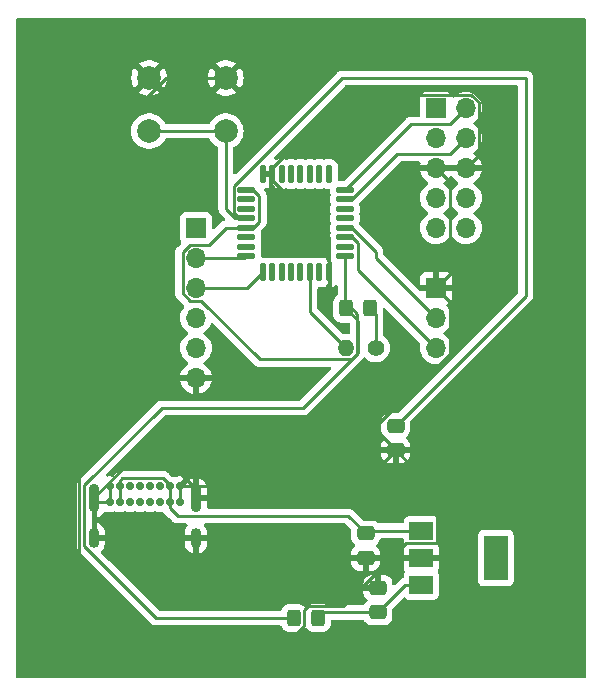
<source format=gbr>
%TF.GenerationSoftware,KiCad,Pcbnew,7.0.7*%
%TF.CreationDate,2023-09-08T17:32:34-05:00*%
%TF.ProjectId,Projects_zyxie2,50726f6a-6563-4747-935f-7a7978696532,rev?*%
%TF.SameCoordinates,Original*%
%TF.FileFunction,Copper,L1,Top*%
%TF.FilePolarity,Positive*%
%FSLAX46Y46*%
G04 Gerber Fmt 4.6, Leading zero omitted, Abs format (unit mm)*
G04 Created by KiCad (PCBNEW 7.0.7) date 2023-09-08 17:32:34*
%MOMM*%
%LPD*%
G01*
G04 APERTURE LIST*
G04 Aperture macros list*
%AMRoundRect*
0 Rectangle with rounded corners*
0 $1 Rounding radius*
0 $2 $3 $4 $5 $6 $7 $8 $9 X,Y pos of 4 corners*
0 Add a 4 corners polygon primitive as box body*
4,1,4,$2,$3,$4,$5,$6,$7,$8,$9,$2,$3,0*
0 Add four circle primitives for the rounded corners*
1,1,$1+$1,$2,$3*
1,1,$1+$1,$4,$5*
1,1,$1+$1,$6,$7*
1,1,$1+$1,$8,$9*
0 Add four rect primitives between the rounded corners*
20,1,$1+$1,$2,$3,$4,$5,0*
20,1,$1+$1,$4,$5,$6,$7,0*
20,1,$1+$1,$6,$7,$8,$9,0*
20,1,$1+$1,$8,$9,$2,$3,0*%
G04 Aperture macros list end*
%TA.AperFunction,SMDPad,CuDef*%
%ADD10RoundRect,0.250000X-0.475000X0.337500X-0.475000X-0.337500X0.475000X-0.337500X0.475000X0.337500X0*%
%TD*%
%TA.AperFunction,ComponentPad*%
%ADD11R,1.700000X1.700000*%
%TD*%
%TA.AperFunction,ComponentPad*%
%ADD12O,1.700000X1.700000*%
%TD*%
%TA.AperFunction,SMDPad,CuDef*%
%ADD13RoundRect,0.125000X-0.125000X-0.625000X0.125000X-0.625000X0.125000X0.625000X-0.125000X0.625000X0*%
%TD*%
%TA.AperFunction,SMDPad,CuDef*%
%ADD14RoundRect,0.125000X-0.625000X-0.125000X0.625000X-0.125000X0.625000X0.125000X-0.625000X0.125000X0*%
%TD*%
%TA.AperFunction,SMDPad,CuDef*%
%ADD15RoundRect,0.250000X-0.325000X-0.450000X0.325000X-0.450000X0.325000X0.450000X-0.325000X0.450000X0*%
%TD*%
%TA.AperFunction,SMDPad,CuDef*%
%ADD16R,2.000000X1.500000*%
%TD*%
%TA.AperFunction,SMDPad,CuDef*%
%ADD17R,2.000000X3.800000*%
%TD*%
%TA.AperFunction,ComponentPad*%
%ADD18C,1.400000*%
%TD*%
%TA.AperFunction,ComponentPad*%
%ADD19O,1.400000X1.400000*%
%TD*%
%TA.AperFunction,SMDPad,CuDef*%
%ADD20RoundRect,0.250000X0.475000X-0.337500X0.475000X0.337500X-0.475000X0.337500X-0.475000X-0.337500X0*%
%TD*%
%TA.AperFunction,ComponentPad*%
%ADD21C,0.700000*%
%TD*%
%TA.AperFunction,ComponentPad*%
%ADD22O,0.900000X2.400000*%
%TD*%
%TA.AperFunction,ComponentPad*%
%ADD23O,0.900000X1.700000*%
%TD*%
%TA.AperFunction,ComponentPad*%
%ADD24C,2.000000*%
%TD*%
%TA.AperFunction,Conductor*%
%ADD25C,0.250000*%
%TD*%
G04 APERTURE END LIST*
D10*
%TO.P,C2,1*%
%TO.N,+5V*%
X121062500Y-107145000D03*
%TO.P,C2,2*%
%TO.N,GND*%
X121062500Y-109220000D03*
%TD*%
D11*
%TO.P,J3,1,Pin_1*%
%TO.N,unconnected-(J3-Pin_1-Pad1)*%
X127000000Y-71120000D03*
D12*
%TO.P,J3,2,Pin_2*%
%TO.N,Net-(J3-Pin_2)*%
X129540000Y-71120000D03*
%TO.P,J3,3,Pin_3*%
%TO.N,unconnected-(J3-Pin_3-Pad3)*%
X127000000Y-73660000D03*
%TO.P,J3,4,Pin_4*%
%TO.N,Net-(J3-Pin_4)*%
X129540000Y-73660000D03*
%TO.P,J3,5,Pin_5*%
%TO.N,GND*%
X127000000Y-76200000D03*
%TO.P,J3,6,Pin_6*%
X129540000Y-76200000D03*
%TO.P,J3,7,Pin_7*%
%TO.N,unconnected-(J3-Pin_7-Pad7)*%
X127000000Y-78740000D03*
%TO.P,J3,8,Pin_8*%
%TO.N,unconnected-(J3-Pin_8-Pad8)*%
X129540000Y-78740000D03*
%TO.P,J3,9,Pin_9*%
%TO.N,unconnected-(J3-Pin_9-Pad9)*%
X127000000Y-81280000D03*
%TO.P,J3,10,Pin_10*%
%TO.N,unconnected-(J3-Pin_10-Pad10)*%
X129540000Y-81280000D03*
%TD*%
D13*
%TO.P,U1,32,VSS*%
%TO.N,GND*%
X112340000Y-76695000D03*
%TO.P,U1,31,BOOT0*%
X113140000Y-76695000D03*
%TO.P,U1,30,PB7*%
%TO.N,unconnected-(U1-PB7-Pad30)*%
X113940000Y-76695000D03*
%TO.P,U1,29,PB6*%
%TO.N,unconnected-(U1-PB6-Pad29)*%
X114740000Y-76695000D03*
%TO.P,U1,28,PB5*%
%TO.N,unconnected-(U1-PB5-Pad28)*%
X115540000Y-76695000D03*
%TO.P,U1,27,PB4*%
%TO.N,unconnected-(U1-PB4-Pad27)*%
X116340000Y-76695000D03*
%TO.P,U1,26,PB3*%
%TO.N,unconnected-(U1-PB3-Pad26)*%
X117140000Y-76695000D03*
%TO.P,U1,25,PA15*%
%TO.N,unconnected-(U1-PA15-Pad25)*%
X117940000Y-76695000D03*
D14*
%TO.P,U1,24,PA14*%
%TO.N,Net-(J3-Pin_2)*%
X119315000Y-78070000D03*
%TO.P,U1,23,PA13*%
%TO.N,Net-(J3-Pin_4)*%
X119315000Y-78870000D03*
%TO.P,U1,22,PA12*%
%TO.N,unconnected-(U1-PA12-Pad22)*%
X119315000Y-79670000D03*
%TO.P,U1,21,PA11*%
%TO.N,unconnected-(U1-PA11-Pad21)*%
X119315000Y-80470000D03*
%TO.P,U1,20,PA10*%
%TO.N,Net-(J2-Pin_2)*%
X119315000Y-81270000D03*
%TO.P,U1,19,PA9*%
%TO.N,Net-(J2-Pin_3)*%
X119315000Y-82070000D03*
%TO.P,U1,18,PA8*%
%TO.N,unconnected-(U1-PA8-Pad18)*%
X119315000Y-82870000D03*
%TO.P,U1,17,VDD*%
%TO.N,+3V3*%
X119315000Y-83670000D03*
D13*
%TO.P,U1,16,VSS*%
%TO.N,GND*%
X117940000Y-85045000D03*
%TO.P,U1,15,PB1*%
%TO.N,unconnected-(U1-PB1-Pad15)*%
X117140000Y-85045000D03*
%TO.P,U1,14,PB0*%
%TO.N,Net-(U1-PB0)*%
X116340000Y-85045000D03*
%TO.P,U1,13,PA7*%
%TO.N,unconnected-(U1-PA7-Pad13)*%
X115540000Y-85045000D03*
%TO.P,U1,12,PA6*%
%TO.N,unconnected-(U1-PA6-Pad12)*%
X114740000Y-85045000D03*
%TO.P,U1,11,PA5*%
%TO.N,unconnected-(U1-PA5-Pad11)*%
X113940000Y-85045000D03*
%TO.P,U1,10,PA4*%
%TO.N,unconnected-(U1-PA4-Pad10)*%
X113140000Y-85045000D03*
%TO.P,U1,9,PA3*%
%TO.N,Net-(J1-Pin_3)*%
X112340000Y-85045000D03*
D14*
%TO.P,U1,8,PA2*%
%TO.N,Net-(J1-Pin_2)*%
X110965000Y-83670000D03*
%TO.P,U1,7,PA1*%
%TO.N,unconnected-(U1-PA1-Pad7)*%
X110965000Y-82870000D03*
%TO.P,U1,6,PA0*%
%TO.N,unconnected-(U1-PA0-Pad6)*%
X110965000Y-82070000D03*
%TO.P,U1,5,VDDA*%
%TO.N,+3V3*%
X110965000Y-81270000D03*
%TO.P,U1,4,NRST*%
%TO.N,Net-(U1-NRST)*%
X110965000Y-80470000D03*
%TO.P,U1,3,PC15*%
%TO.N,unconnected-(U1-PC15-Pad3)*%
X110965000Y-79670000D03*
%TO.P,U1,2,PC14*%
%TO.N,unconnected-(U1-PC14-Pad2)*%
X110965000Y-78870000D03*
%TO.P,U1,1,VDD*%
%TO.N,+3V3*%
X110965000Y-78070000D03*
%TD*%
D15*
%TO.P,D1,1,K*%
%TO.N,+3V3*%
X119380000Y-88095000D03*
%TO.P,D1,2,A*%
%TO.N,Net-(D1-A)*%
X121430000Y-88095000D03*
%TD*%
D16*
%TO.P,U2,1,VI*%
%TO.N,+5V*%
X125780000Y-106920000D03*
%TO.P,U2,2,GND*%
%TO.N,GND*%
X125780000Y-109220000D03*
%TO.P,U2,3,VO*%
%TO.N,Net-(D2-A)*%
X125780000Y-111520000D03*
D17*
%TO.P,U2,4*%
%TO.N,N/C*%
X132080000Y-109220000D03*
%TD*%
D11*
%TO.P,J1,1,Pin_1*%
%TO.N,unconnected-(J1-Pin_1-Pad1)*%
X106680000Y-81280000D03*
D12*
%TO.P,J1,2,Pin_2*%
%TO.N,Net-(J1-Pin_2)*%
X106680000Y-83820000D03*
%TO.P,J1,3,Pin_3*%
%TO.N,Net-(J1-Pin_3)*%
X106680000Y-86360000D03*
%TO.P,J1,4,Pin_4*%
%TO.N,unconnected-(J1-Pin_4-Pad4)*%
X106680000Y-88900000D03*
%TO.P,J1,5,Pin_5*%
%TO.N,unconnected-(J1-Pin_5-Pad5)*%
X106680000Y-91440000D03*
%TO.P,J1,6,Pin_6*%
%TO.N,GND*%
X106680000Y-93980000D03*
%TD*%
D15*
%TO.P,D2,1,K*%
%TO.N,+3V3*%
X114970000Y-114300000D03*
%TO.P,D2,2,A*%
%TO.N,Net-(D2-A)*%
X117020000Y-114300000D03*
%TD*%
D10*
%TO.P,C1,1*%
%TO.N,Net-(U1-NRST)*%
X123602500Y-98022500D03*
%TO.P,C1,2*%
%TO.N,GND*%
X123602500Y-100097500D03*
%TD*%
D11*
%TO.P,J2,1,Pin_1*%
%TO.N,GND*%
X127000000Y-86360000D03*
D12*
%TO.P,J2,2,Pin_2*%
%TO.N,Net-(J2-Pin_2)*%
X127000000Y-88900000D03*
%TO.P,J2,3,Pin_3*%
%TO.N,Net-(J2-Pin_3)*%
X127000000Y-91440000D03*
%TD*%
D18*
%TO.P,R1,1*%
%TO.N,Net-(D1-A)*%
X121920000Y-91440000D03*
D19*
%TO.P,R1,2*%
%TO.N,Net-(U1-PB0)*%
X119380000Y-91440000D03*
%TD*%
D20*
%TO.P,C3,1*%
%TO.N,Net-(D2-A)*%
X122100000Y-113835000D03*
%TO.P,C3,2*%
%TO.N,GND*%
X122100000Y-111760000D03*
%TD*%
D21*
%TO.P,J4,A1,GND*%
%TO.N,GND*%
X99380000Y-103160000D03*
%TO.P,J4,A4,VBUS*%
%TO.N,+5V*%
X100230000Y-103160000D03*
%TO.P,J4,A5,CC1*%
%TO.N,unconnected-(J4-CC1-PadA5)*%
X101080000Y-103160000D03*
%TO.P,J4,A6,D+*%
%TO.N,unconnected-(J4-D+-PadA6)*%
X101930000Y-103160000D03*
%TO.P,J4,A7,D-*%
%TO.N,unconnected-(J4-D--PadA7)*%
X102780000Y-103160000D03*
%TO.P,J4,A8,SBU1*%
%TO.N,unconnected-(J4-SBU1-PadA8)*%
X103630000Y-103160000D03*
%TO.P,J4,A9,VBUS*%
%TO.N,+5V*%
X104480000Y-103160000D03*
%TO.P,J4,A12,GND*%
%TO.N,GND*%
X105330000Y-103160000D03*
%TO.P,J4,B1,GND*%
X105330000Y-104510000D03*
%TO.P,J4,B4,VBUS*%
%TO.N,+5V*%
X104480000Y-104510000D03*
%TO.P,J4,B5,CC2*%
%TO.N,unconnected-(J4-CC2-PadB5)*%
X103630000Y-104510000D03*
%TO.P,J4,B6,D+*%
%TO.N,unconnected-(J4-D+-PadB6)*%
X102780000Y-104510000D03*
%TO.P,J4,B7,D-*%
%TO.N,unconnected-(J4-D--PadB7)*%
X101930000Y-104510000D03*
%TO.P,J4,B8,SBU2*%
%TO.N,unconnected-(J4-SBU2-PadB8)*%
X101080000Y-104510000D03*
%TO.P,J4,B9,VBUS*%
%TO.N,+5V*%
X100230000Y-104510000D03*
%TO.P,J4,B12,GND*%
%TO.N,GND*%
X99380000Y-104510000D03*
D22*
%TO.P,J4,S1,SHIELD*%
X98030000Y-104140000D03*
D23*
X98030000Y-107520000D03*
D22*
X106680000Y-104140000D03*
D23*
X106680000Y-107520000D03*
%TD*%
D24*
%TO.P,SW1,1,1*%
%TO.N,Net-(U1-NRST)*%
X109220000Y-73080000D03*
X102720000Y-73080000D03*
%TO.P,SW1,2,2*%
%TO.N,GND*%
X109220000Y-68580000D03*
X102720000Y-68580000D03*
%TD*%
D25*
%TO.N,+3V3*%
X109230000Y-81270000D02*
X110965000Y-81270000D01*
X107805000Y-82695000D02*
X109230000Y-81270000D01*
X106214009Y-82695000D02*
X107805000Y-82695000D01*
X105555000Y-83354009D02*
X106214009Y-82695000D01*
X105555000Y-86825991D02*
X105555000Y-83354009D01*
X106214009Y-87485000D02*
X105555000Y-86825991D01*
X107145991Y-87485000D02*
X106214009Y-87485000D01*
X112075991Y-92415000D02*
X107145991Y-87485000D01*
X119854570Y-92415000D02*
X112075991Y-92415000D01*
X120355000Y-91914570D02*
X119854570Y-92415000D01*
X120355000Y-88537462D02*
X120355000Y-91914570D01*
X119315000Y-87497462D02*
X120355000Y-88537462D01*
X119315000Y-83670000D02*
X119315000Y-87497462D01*
X119315000Y-88030000D02*
X119315000Y-83670000D01*
X119380000Y-88095000D02*
X119315000Y-88030000D01*
X111551396Y-81270000D02*
X110965000Y-81270000D01*
X112040000Y-80781396D02*
X111551396Y-81270000D01*
%TO.N,GND*%
X98030000Y-107520000D02*
X106680000Y-107520000D01*
X105004835Y-101714835D02*
X100455165Y-101714835D01*
X106680000Y-103390000D02*
X105004835Y-101714835D01*
X106680000Y-104140000D02*
X106680000Y-103390000D01*
X100455165Y-101714835D02*
X98030000Y-104140000D01*
X109220000Y-103160000D02*
X108240000Y-104140000D01*
X109220000Y-103160000D02*
X105330000Y-103160000D01*
X120540000Y-103160000D02*
X109220000Y-103160000D01*
X108240000Y-104140000D02*
X106680000Y-104140000D01*
X123602500Y-100097500D02*
X120540000Y-103160000D01*
X113140000Y-77210685D02*
X117940000Y-82010685D01*
X117940000Y-82010685D02*
X117940000Y-85045000D01*
X113140000Y-76695000D02*
X113140000Y-77210685D01*
%TO.N,Net-(U1-NRST)*%
X119068604Y-68580000D02*
X134620000Y-68580000D01*
X109890000Y-77758604D02*
X119068604Y-68580000D01*
X109890000Y-79981396D02*
X109890000Y-77758604D01*
X110378604Y-80470000D02*
X109890000Y-79981396D01*
X134620000Y-68580000D02*
X134620000Y-87005000D01*
X134620000Y-87005000D02*
X123602500Y-98022500D01*
X110965000Y-80470000D02*
X110378604Y-80470000D01*
%TO.N,GND*%
X130005991Y-69995000D02*
X130665000Y-70654009D01*
X130665000Y-70654009D02*
X130665000Y-75075000D01*
X119324315Y-69995000D02*
X130005991Y-69995000D01*
X113140000Y-76179315D02*
X119324315Y-69995000D01*
X130665000Y-75075000D02*
X129540000Y-76200000D01*
X113140000Y-76695000D02*
X113140000Y-76179315D01*
X112340000Y-76695000D02*
X113140000Y-76695000D01*
X127000000Y-76200000D02*
X129540000Y-76200000D01*
X128175000Y-85185000D02*
X127000000Y-86360000D01*
X128175000Y-77375000D02*
X128175000Y-85185000D01*
X127000000Y-76200000D02*
X128175000Y-77375000D01*
%TO.N,+3V3*%
X103803984Y-96520000D02*
X97255000Y-103068984D01*
X103313984Y-114300000D02*
X114970000Y-114300000D01*
X115749569Y-96520000D02*
X103803984Y-96520000D01*
X97255000Y-108241016D02*
X103313984Y-114300000D01*
X120405000Y-91864569D02*
X115749569Y-96520000D01*
X97255000Y-103068984D02*
X97255000Y-108241016D01*
X120405000Y-89120000D02*
X120405000Y-91864569D01*
X119380000Y-88095000D02*
X120405000Y-89120000D01*
%TO.N,GND*%
X98030000Y-104140000D02*
X98030000Y-107520000D01*
X98400000Y-104510000D02*
X98030000Y-104140000D01*
X99380000Y-104510000D02*
X98400000Y-104510000D01*
X121920000Y-98415000D02*
X123602500Y-100097500D01*
X121920000Y-98079327D02*
X121920000Y-98415000D01*
X123581701Y-96520000D02*
X123479327Y-96520000D01*
X123479327Y-96520000D02*
X121920000Y-98079327D01*
X128175000Y-91926701D02*
X123581701Y-96520000D01*
X128175000Y-87535000D02*
X128175000Y-91926701D01*
X127000000Y-86360000D02*
X128175000Y-87535000D01*
X127105000Y-103600000D02*
X123602500Y-100097500D01*
X127105000Y-107995000D02*
X127105000Y-103600000D01*
X124455000Y-107995000D02*
X127105000Y-107995000D01*
X119175000Y-113275000D02*
X124455000Y-107995000D01*
X116206827Y-113275000D02*
X119175000Y-113275000D01*
X115870000Y-113611827D02*
X116206827Y-113275000D01*
X115870000Y-114988173D02*
X115870000Y-113611827D01*
X114018173Y-116840000D02*
X115870000Y-114988173D01*
X99060000Y-116840000D02*
X114018173Y-116840000D01*
X96805000Y-114585000D02*
X99060000Y-116840000D01*
X96805000Y-75915000D02*
X96805000Y-114585000D01*
X104140000Y-68580000D02*
X96805000Y-75915000D01*
X109220000Y-68580000D02*
X104140000Y-68580000D01*
%TO.N,+3V3*%
X111551396Y-78070000D02*
X110965000Y-78070000D01*
X112040000Y-80781396D02*
X112040000Y-78558604D01*
X112040000Y-78558604D02*
X111551396Y-78070000D01*
X119380000Y-83735000D02*
X119315000Y-83670000D01*
%TO.N,Net-(U1-PB0)*%
X116340000Y-88400000D02*
X119380000Y-91440000D01*
X116340000Y-85045000D02*
X116340000Y-88400000D01*
%TO.N,Net-(D1-A)*%
X121920000Y-88585000D02*
X121920000Y-91440000D01*
X121430000Y-88095000D02*
X121920000Y-88585000D01*
%TO.N,Net-(U1-NRST)*%
X110030000Y-80470000D02*
X110965000Y-80470000D01*
X109220000Y-73080000D02*
X109220000Y-79660000D01*
X109220000Y-79660000D02*
X110030000Y-80470000D01*
%TO.N,Net-(J2-Pin_3)*%
X120390000Y-84830000D02*
X127000000Y-91440000D01*
X120390000Y-82558604D02*
X120390000Y-84830000D01*
X119901396Y-82070000D02*
X120390000Y-82558604D01*
X119315000Y-82070000D02*
X119901396Y-82070000D01*
%TO.N,Net-(J2-Pin_2)*%
X121920000Y-83820000D02*
X127000000Y-88900000D01*
X119901396Y-81270000D02*
X121920000Y-83288604D01*
X119315000Y-81270000D02*
X119901396Y-81270000D01*
X121920000Y-83288604D02*
X121920000Y-83820000D01*
%TO.N,Net-(J3-Pin_2)*%
X128175000Y-72485000D02*
X129540000Y-71120000D01*
X124900000Y-72485000D02*
X128175000Y-72485000D01*
X119315000Y-78070000D02*
X124900000Y-72485000D01*
%TO.N,Net-(J3-Pin_4)*%
X128175000Y-75025000D02*
X129540000Y-73660000D01*
X119901396Y-78870000D02*
X123746396Y-75025000D01*
X123746396Y-75025000D02*
X128175000Y-75025000D01*
X119315000Y-78870000D02*
X119901396Y-78870000D01*
%TO.N,Net-(D2-A)*%
X117485000Y-113835000D02*
X117020000Y-114300000D01*
X122100000Y-113835000D02*
X117485000Y-113835000D01*
X124415000Y-111520000D02*
X122100000Y-113835000D01*
X125780000Y-111520000D02*
X124415000Y-111520000D01*
%TO.N,+5V*%
X121287500Y-106920000D02*
X125780000Y-106920000D01*
X121062500Y-107145000D02*
X121287500Y-106920000D01*
X105140026Y-105665000D02*
X119582500Y-105665000D01*
X119582500Y-105665000D02*
X121062500Y-107145000D01*
X104480000Y-105004974D02*
X105140026Y-105665000D01*
X104480000Y-104510000D02*
X104480000Y-105004974D01*
%TO.N,GND*%
X105330000Y-103160000D02*
X105330000Y-104510000D01*
%TO.N,+5V*%
X104480000Y-103160000D02*
X104480000Y-104510000D01*
X104480000Y-103055405D02*
X104480000Y-103160000D01*
X100410026Y-102485000D02*
X103909595Y-102485000D01*
X103909595Y-102485000D02*
X104480000Y-103055405D01*
X100230000Y-103160000D02*
X100230000Y-102665026D01*
X100230000Y-102665026D02*
X100410026Y-102485000D01*
X100230000Y-104510000D02*
X100230000Y-103160000D01*
%TO.N,GND*%
X99380000Y-104510000D02*
X99380000Y-103160000D01*
%TO.N,Net-(J1-Pin_2)*%
X110815000Y-83820000D02*
X110965000Y-83670000D01*
X106680000Y-83820000D02*
X110815000Y-83820000D01*
%TO.N,Net-(J1-Pin_3)*%
X111025000Y-86360000D02*
X112340000Y-85045000D01*
X106680000Y-86360000D02*
X111025000Y-86360000D01*
%TO.N,Net-(U1-NRST)*%
X102720000Y-73080000D02*
X109220000Y-73080000D01*
%TD*%
%TA.AperFunction,Conductor*%
%TO.N,GND*%
G36*
X113132539Y-76464685D02*
G01*
X113178294Y-76517489D01*
X113189500Y-76569000D01*
X113189501Y-77383162D01*
X113192291Y-77418627D01*
X113236380Y-77570385D01*
X113236382Y-77570390D01*
X113316827Y-77706416D01*
X113316834Y-77706425D01*
X113353680Y-77743270D01*
X113387166Y-77804592D01*
X113390000Y-77830952D01*
X113390000Y-77934525D01*
X113504508Y-77901258D01*
X113573697Y-77901258D01*
X113716373Y-77942709D01*
X113742970Y-77944802D01*
X113751835Y-77945500D01*
X113751836Y-77945499D01*
X113751837Y-77945500D01*
X114128162Y-77945499D01*
X114163627Y-77942709D01*
X114305404Y-77901518D01*
X114374591Y-77901518D01*
X114516373Y-77942709D01*
X114540015Y-77944569D01*
X114551835Y-77945500D01*
X114551836Y-77945499D01*
X114551837Y-77945500D01*
X114928162Y-77945499D01*
X114963627Y-77942709D01*
X115105404Y-77901518D01*
X115174591Y-77901518D01*
X115316373Y-77942709D01*
X115340015Y-77944569D01*
X115351835Y-77945500D01*
X115351836Y-77945499D01*
X115351837Y-77945500D01*
X115728162Y-77945499D01*
X115763627Y-77942709D01*
X115905404Y-77901518D01*
X115974591Y-77901518D01*
X116116373Y-77942709D01*
X116140015Y-77944569D01*
X116151835Y-77945500D01*
X116151836Y-77945499D01*
X116151837Y-77945500D01*
X116528162Y-77945499D01*
X116563627Y-77942709D01*
X116705404Y-77901518D01*
X116774591Y-77901518D01*
X116916373Y-77942709D01*
X116940015Y-77944569D01*
X116951835Y-77945500D01*
X116951836Y-77945499D01*
X116951837Y-77945500D01*
X117328162Y-77945499D01*
X117363627Y-77942709D01*
X117505404Y-77901518D01*
X117574591Y-77901518D01*
X117716373Y-77942709D01*
X117751837Y-77945500D01*
X117940500Y-77945499D01*
X118007539Y-77965183D01*
X118053294Y-78017987D01*
X118064500Y-78069498D01*
X118064501Y-78258162D01*
X118067290Y-78293624D01*
X118108481Y-78435406D01*
X118108481Y-78504594D01*
X118067291Y-78646373D01*
X118067290Y-78646379D01*
X118064500Y-78681835D01*
X118064501Y-79058162D01*
X118067290Y-79093624D01*
X118108481Y-79235405D01*
X118108481Y-79304593D01*
X118067291Y-79446373D01*
X118067290Y-79446379D01*
X118064500Y-79481835D01*
X118064501Y-79858162D01*
X118067290Y-79893624D01*
X118108481Y-80035406D01*
X118108481Y-80104594D01*
X118067291Y-80246373D01*
X118067290Y-80246379D01*
X118064500Y-80281835D01*
X118064501Y-80658162D01*
X118067290Y-80693624D01*
X118108481Y-80835405D01*
X118108481Y-80904593D01*
X118067291Y-81046373D01*
X118067290Y-81046379D01*
X118064500Y-81081835D01*
X118064500Y-81081837D01*
X118064501Y-81458162D01*
X118067291Y-81493627D01*
X118073617Y-81515403D01*
X118108481Y-81635404D01*
X118108481Y-81704591D01*
X118074501Y-81821555D01*
X118067290Y-81846376D01*
X118067290Y-81846379D01*
X118064500Y-81881835D01*
X118064501Y-82258162D01*
X118067290Y-82293624D01*
X118108481Y-82435405D01*
X118108481Y-82504593D01*
X118067291Y-82646373D01*
X118067290Y-82646379D01*
X118064500Y-82681835D01*
X118064500Y-82681837D01*
X118064501Y-83058162D01*
X118067291Y-83093627D01*
X118085003Y-83154594D01*
X118108481Y-83235404D01*
X118108481Y-83304591D01*
X118086402Y-83380592D01*
X118067290Y-83446376D01*
X118067290Y-83446379D01*
X118064500Y-83481835D01*
X118064501Y-83858162D01*
X118067290Y-83893624D01*
X118111381Y-84045389D01*
X118111382Y-84045390D01*
X118172732Y-84149128D01*
X118190000Y-84212247D01*
X118190000Y-86284525D01*
X118315185Y-86248156D01*
X118315191Y-86248154D01*
X118451108Y-86167773D01*
X118451111Y-86167771D01*
X118477816Y-86141066D01*
X118539139Y-86107580D01*
X118608831Y-86112564D01*
X118664765Y-86154434D01*
X118689183Y-86219898D01*
X118689499Y-86228746D01*
X118689500Y-86919453D01*
X118669816Y-86986492D01*
X118630598Y-87024991D01*
X118586344Y-87052287D01*
X118462289Y-87176342D01*
X118370187Y-87325663D01*
X118370185Y-87325668D01*
X118362297Y-87349474D01*
X118315001Y-87492203D01*
X118315001Y-87492204D01*
X118315000Y-87492204D01*
X118304500Y-87594983D01*
X118304500Y-88595001D01*
X118304501Y-88595019D01*
X118315000Y-88697796D01*
X118315001Y-88697799D01*
X118370185Y-88864331D01*
X118370187Y-88864336D01*
X118392525Y-88900551D01*
X118462288Y-89013656D01*
X118586344Y-89137712D01*
X118735666Y-89229814D01*
X118902203Y-89284999D01*
X119004991Y-89295500D01*
X119605499Y-89295499D01*
X119672538Y-89315183D01*
X119718293Y-89367987D01*
X119729499Y-89419499D01*
X119729499Y-90134710D01*
X119709814Y-90201749D01*
X119657010Y-90247504D01*
X119587852Y-90257448D01*
X119582714Y-90256599D01*
X119561808Y-90252691D01*
X119491243Y-90239500D01*
X119268757Y-90239500D01*
X119225939Y-90247504D01*
X119160571Y-90259723D01*
X119091056Y-90252691D01*
X119050106Y-90225515D01*
X117001818Y-88177227D01*
X116968333Y-88115904D01*
X116965499Y-88089546D01*
X116965499Y-86419499D01*
X116985184Y-86352460D01*
X117037988Y-86306705D01*
X117089499Y-86295499D01*
X117328162Y-86295499D01*
X117363627Y-86292709D01*
X117506303Y-86251258D01*
X117575492Y-86251258D01*
X117689999Y-86284525D01*
X117690000Y-86284525D01*
X117690000Y-86180952D01*
X117709685Y-86113913D01*
X117726319Y-86093271D01*
X117726318Y-86093271D01*
X117763170Y-86056420D01*
X117843618Y-85920390D01*
X117887709Y-85768627D01*
X117890500Y-85733163D01*
X117890499Y-84356838D01*
X117887709Y-84321373D01*
X117843618Y-84169610D01*
X117784938Y-84070388D01*
X117763172Y-84033583D01*
X117763165Y-84033574D01*
X117726319Y-83996728D01*
X117692834Y-83935405D01*
X117690000Y-83909047D01*
X117689999Y-83805472D01*
X117575492Y-83838741D01*
X117506303Y-83838741D01*
X117363627Y-83797291D01*
X117363624Y-83797290D01*
X117363622Y-83797290D01*
X117328165Y-83794500D01*
X117328163Y-83794500D01*
X116952064Y-83794501D01*
X116951838Y-83794501D01*
X116916375Y-83797290D01*
X116774594Y-83838481D01*
X116705406Y-83838481D01*
X116591786Y-83805472D01*
X116563627Y-83797291D01*
X116563625Y-83797290D01*
X116563620Y-83797290D01*
X116528165Y-83794500D01*
X116528163Y-83794500D01*
X116152320Y-83794501D01*
X116151838Y-83794501D01*
X116116375Y-83797290D01*
X115974594Y-83838481D01*
X115905406Y-83838481D01*
X115791786Y-83805472D01*
X115763627Y-83797291D01*
X115763625Y-83797290D01*
X115763620Y-83797290D01*
X115728165Y-83794500D01*
X115728163Y-83794500D01*
X115351552Y-83794501D01*
X115351838Y-83794501D01*
X115316375Y-83797290D01*
X115174594Y-83838481D01*
X115105406Y-83838481D01*
X114991786Y-83805472D01*
X114963627Y-83797291D01*
X114963625Y-83797290D01*
X114963620Y-83797290D01*
X114928165Y-83794500D01*
X114928163Y-83794500D01*
X114551808Y-83794501D01*
X114551838Y-83794501D01*
X114516375Y-83797290D01*
X114374594Y-83838481D01*
X114305406Y-83838481D01*
X114191786Y-83805472D01*
X114163627Y-83797291D01*
X114163625Y-83797290D01*
X114163620Y-83797290D01*
X114128165Y-83794500D01*
X114128163Y-83794500D01*
X113752064Y-83794501D01*
X113751838Y-83794501D01*
X113716375Y-83797290D01*
X113574594Y-83838481D01*
X113505406Y-83838481D01*
X113391786Y-83805472D01*
X113363627Y-83797291D01*
X113363625Y-83797290D01*
X113363620Y-83797290D01*
X113328165Y-83794500D01*
X113328163Y-83794500D01*
X112951296Y-83794501D01*
X112951838Y-83794501D01*
X112916375Y-83797290D01*
X112774594Y-83838481D01*
X112705406Y-83838481D01*
X112591786Y-83805472D01*
X112563627Y-83797291D01*
X112563625Y-83797290D01*
X112563620Y-83797290D01*
X112528165Y-83794500D01*
X112528163Y-83794500D01*
X112339499Y-83794500D01*
X112272460Y-83774815D01*
X112226705Y-83722011D01*
X112215499Y-83670500D01*
X112215499Y-83481838D01*
X112212709Y-83446379D01*
X112212709Y-83446373D01*
X112176797Y-83322765D01*
X112171519Y-83304595D01*
X112171519Y-83235405D01*
X112193508Y-83159719D01*
X112212709Y-83093627D01*
X112215500Y-83058163D01*
X112215499Y-82681838D01*
X112212709Y-82646373D01*
X112171518Y-82504595D01*
X112171519Y-82435405D01*
X112212707Y-82293633D01*
X112212709Y-82293627D01*
X112215500Y-82258163D01*
X112215499Y-81881838D01*
X112212709Y-81846373D01*
X112171519Y-81704594D01*
X112171519Y-81635405D01*
X112203971Y-81523704D01*
X112235364Y-81470620D01*
X112423785Y-81282199D01*
X112436041Y-81272383D01*
X112435858Y-81272161D01*
X112441875Y-81267183D01*
X112441874Y-81267183D01*
X112441877Y-81267182D01*
X112466251Y-81241225D01*
X112489227Y-81216760D01*
X112499671Y-81206314D01*
X112510120Y-81195867D01*
X112514379Y-81190374D01*
X112518152Y-81185957D01*
X112550062Y-81151978D01*
X112559713Y-81134420D01*
X112570396Y-81118157D01*
X112582673Y-81102332D01*
X112601185Y-81059549D01*
X112603738Y-81054337D01*
X112626197Y-81013488D01*
X112631180Y-80994076D01*
X112637481Y-80975676D01*
X112645437Y-80957292D01*
X112652725Y-80911273D01*
X112653906Y-80905567D01*
X112665500Y-80860415D01*
X112665499Y-80840382D01*
X112667027Y-80820979D01*
X112670159Y-80801204D01*
X112670160Y-80801200D01*
X112665773Y-80754791D01*
X112665500Y-80748995D01*
X112665500Y-78641341D01*
X112667224Y-78625728D01*
X112666938Y-78625701D01*
X112667671Y-78617939D01*
X112667672Y-78617936D01*
X112665499Y-78548806D01*
X112665500Y-78519254D01*
X112664629Y-78512362D01*
X112664172Y-78506550D01*
X112664110Y-78504592D01*
X112662709Y-78459976D01*
X112657120Y-78440741D01*
X112653174Y-78421688D01*
X112650664Y-78401812D01*
X112633501Y-78358463D01*
X112631614Y-78352950D01*
X112618617Y-78308214D01*
X112618616Y-78308212D01*
X112608421Y-78290973D01*
X112599860Y-78273497D01*
X112597670Y-78267967D01*
X112592486Y-78254872D01*
X112592486Y-78254871D01*
X112582474Y-78241092D01*
X112565083Y-78217154D01*
X112561900Y-78212309D01*
X112538170Y-78172183D01*
X112538165Y-78172177D01*
X112524005Y-78158017D01*
X112511374Y-78143230D01*
X112507808Y-78138323D01*
X112503583Y-78132507D01*
X112480099Y-78066706D01*
X112495918Y-77998651D01*
X112546019Y-77949951D01*
X112569301Y-77940540D01*
X112705406Y-77900998D01*
X112774596Y-77900998D01*
X112889999Y-77934525D01*
X112890000Y-77934525D01*
X112890000Y-76945000D01*
X112214000Y-76945000D01*
X112146961Y-76925315D01*
X112101206Y-76872511D01*
X112090000Y-76821000D01*
X112090000Y-76569000D01*
X112109685Y-76501961D01*
X112162489Y-76456206D01*
X112214000Y-76445000D01*
X113065500Y-76445000D01*
X113132539Y-76464685D01*
G37*
%TD.AperFunction*%
%TA.AperFunction,Conductor*%
G36*
X128354854Y-79406546D02*
G01*
X128371574Y-79425841D01*
X128501505Y-79611401D01*
X128501506Y-79611402D01*
X128668597Y-79778493D01*
X128668603Y-79778498D01*
X128854158Y-79908425D01*
X128897783Y-79963002D01*
X128904977Y-80032500D01*
X128873454Y-80094855D01*
X128854158Y-80111575D01*
X128668597Y-80241505D01*
X128501508Y-80408594D01*
X128371574Y-80594159D01*
X128316997Y-80637784D01*
X128247498Y-80644976D01*
X128185144Y-80613454D01*
X128168424Y-80594158D01*
X128038494Y-80408597D01*
X127871402Y-80241506D01*
X127871396Y-80241501D01*
X127685842Y-80111575D01*
X127642217Y-80056998D01*
X127635023Y-79987500D01*
X127666546Y-79925145D01*
X127685842Y-79908425D01*
X127754830Y-79860119D01*
X127871401Y-79778495D01*
X128038495Y-79611401D01*
X128168426Y-79425840D01*
X128223001Y-79382217D01*
X128292499Y-79375023D01*
X128354854Y-79406546D01*
G37*
%TD.AperFunction*%
%TA.AperFunction,Conductor*%
G36*
X128354855Y-76865673D02*
G01*
X128371575Y-76884968D01*
X128501894Y-77071082D01*
X128668917Y-77238105D01*
X128854595Y-77368119D01*
X128898219Y-77422696D01*
X128905412Y-77492195D01*
X128873890Y-77554549D01*
X128854595Y-77571269D01*
X128668594Y-77701508D01*
X128501505Y-77868597D01*
X128371575Y-78054158D01*
X128316998Y-78097783D01*
X128247500Y-78104977D01*
X128185145Y-78073454D01*
X128168425Y-78054158D01*
X128038494Y-77868597D01*
X127871402Y-77701506D01*
X127871401Y-77701505D01*
X127685405Y-77571269D01*
X127641781Y-77516692D01*
X127634588Y-77447193D01*
X127666110Y-77384839D01*
X127685405Y-77368119D01*
X127871082Y-77238105D01*
X128038105Y-77071082D01*
X128168425Y-76884968D01*
X128223002Y-76841344D01*
X128292501Y-76834151D01*
X128354855Y-76865673D01*
G37*
%TD.AperFunction*%
%TA.AperFunction,Conductor*%
G36*
X128993692Y-75969685D02*
G01*
X129039447Y-76022489D01*
X129049391Y-76091647D01*
X129045631Y-76108933D01*
X129040000Y-76128111D01*
X129040000Y-76271888D01*
X129045631Y-76291067D01*
X129045630Y-76360936D01*
X129007855Y-76419714D01*
X128944299Y-76448738D01*
X128926653Y-76450000D01*
X127613347Y-76450000D01*
X127546308Y-76430315D01*
X127500553Y-76377511D01*
X127490609Y-76308353D01*
X127494369Y-76291067D01*
X127500000Y-76271888D01*
X127500000Y-76128111D01*
X127494369Y-76108933D01*
X127494370Y-76039064D01*
X127532145Y-75980286D01*
X127595701Y-75951262D01*
X127613347Y-75950000D01*
X128926653Y-75950000D01*
X128993692Y-75969685D01*
G37*
%TD.AperFunction*%
%TA.AperFunction,Conductor*%
G36*
X139643039Y-63519685D02*
G01*
X139688794Y-63572489D01*
X139700000Y-63624000D01*
X139700000Y-119256000D01*
X139680315Y-119323039D01*
X139627511Y-119368794D01*
X139576000Y-119380000D01*
X91564000Y-119380000D01*
X91496961Y-119360315D01*
X91451206Y-119307511D01*
X91440000Y-119256000D01*
X91440000Y-103049180D01*
X96624840Y-103049180D01*
X96628330Y-103086104D01*
X96629225Y-103095567D01*
X96629500Y-103101405D01*
X96629500Y-108158271D01*
X96627775Y-108173888D01*
X96628061Y-108173915D01*
X96627326Y-108181681D01*
X96629500Y-108250830D01*
X96629500Y-108280359D01*
X96629501Y-108280376D01*
X96630368Y-108287247D01*
X96630826Y-108293066D01*
X96632290Y-108339640D01*
X96632291Y-108339643D01*
X96637880Y-108358883D01*
X96641824Y-108377927D01*
X96644336Y-108397808D01*
X96653982Y-108422172D01*
X96661490Y-108441135D01*
X96663382Y-108446663D01*
X96676381Y-108491404D01*
X96686580Y-108508650D01*
X96695138Y-108526119D01*
X96702514Y-108544748D01*
X96729898Y-108582439D01*
X96733106Y-108587323D01*
X96756827Y-108627432D01*
X96756833Y-108627440D01*
X96770990Y-108641596D01*
X96783628Y-108656392D01*
X96795405Y-108672602D01*
X96795406Y-108672603D01*
X96831309Y-108702304D01*
X96835620Y-108706226D01*
X101320432Y-113191039D01*
X102813181Y-114683788D01*
X102823006Y-114696051D01*
X102823227Y-114695869D01*
X102828198Y-114701878D01*
X102854201Y-114726295D01*
X102878619Y-114749226D01*
X102899513Y-114770120D01*
X102904995Y-114774373D01*
X102909427Y-114778157D01*
X102943402Y-114810062D01*
X102960960Y-114819714D01*
X102977219Y-114830395D01*
X102993048Y-114842673D01*
X103035822Y-114861182D01*
X103041040Y-114863738D01*
X103081892Y-114886197D01*
X103101300Y-114891180D01*
X103119701Y-114897480D01*
X103138088Y-114905437D01*
X103181472Y-114912308D01*
X103184103Y-114912725D01*
X103189823Y-114913909D01*
X103234965Y-114925500D01*
X103255000Y-114925500D01*
X103274398Y-114927026D01*
X103294178Y-114930159D01*
X103294179Y-114930160D01*
X103294179Y-114930159D01*
X103294180Y-114930160D01*
X103340567Y-114925775D01*
X103346406Y-114925500D01*
X113822983Y-114925500D01*
X113890022Y-114945185D01*
X113935777Y-114997989D01*
X113940686Y-115010489D01*
X113960186Y-115069334D01*
X114052288Y-115218656D01*
X114176344Y-115342712D01*
X114325666Y-115434814D01*
X114492203Y-115489999D01*
X114594991Y-115500500D01*
X115345008Y-115500499D01*
X115345016Y-115500498D01*
X115345019Y-115500498D01*
X115401302Y-115494748D01*
X115447797Y-115489999D01*
X115614334Y-115434814D01*
X115763656Y-115342712D01*
X115887712Y-115218656D01*
X115889456Y-115215828D01*
X115891160Y-115214295D01*
X115892193Y-115212989D01*
X115892416Y-115213165D01*
X115941396Y-115169101D01*
X116010357Y-115157871D01*
X116074442Y-115185707D01*
X116100534Y-115215814D01*
X116102283Y-115218650D01*
X116102288Y-115218656D01*
X116226344Y-115342712D01*
X116375666Y-115434814D01*
X116542203Y-115489999D01*
X116644991Y-115500500D01*
X117395008Y-115500499D01*
X117395016Y-115500498D01*
X117395019Y-115500498D01*
X117451302Y-115494748D01*
X117497797Y-115489999D01*
X117664334Y-115434814D01*
X117813656Y-115342712D01*
X117937712Y-115218656D01*
X118029814Y-115069334D01*
X118084999Y-114902797D01*
X118095500Y-114800009D01*
X118095500Y-114584499D01*
X118115185Y-114517461D01*
X118167989Y-114471706D01*
X118219500Y-114460500D01*
X120851652Y-114460500D01*
X120918691Y-114480185D01*
X120957189Y-114519401D01*
X121032288Y-114641156D01*
X121156344Y-114765212D01*
X121305666Y-114857314D01*
X121472203Y-114912499D01*
X121574991Y-114923000D01*
X122625008Y-114922999D01*
X122625016Y-114922998D01*
X122625019Y-114922998D01*
X122681302Y-114917248D01*
X122727797Y-114912499D01*
X122894334Y-114857314D01*
X123043656Y-114765212D01*
X123167712Y-114641156D01*
X123259814Y-114491834D01*
X123314999Y-114325297D01*
X123325500Y-114222509D01*
X123325499Y-113545451D01*
X123345183Y-113478413D01*
X123361813Y-113457776D01*
X124222625Y-112596964D01*
X124283946Y-112563481D01*
X124353638Y-112568465D01*
X124409570Y-112610335D01*
X124422455Y-112627547D01*
X124537664Y-112713793D01*
X124537671Y-112713797D01*
X124672517Y-112764091D01*
X124672516Y-112764091D01*
X124679444Y-112764835D01*
X124732127Y-112770500D01*
X126827872Y-112770499D01*
X126887483Y-112764091D01*
X127022331Y-112713796D01*
X127137546Y-112627546D01*
X127223796Y-112512331D01*
X127274091Y-112377483D01*
X127280500Y-112317873D01*
X127280499Y-111167870D01*
X130579500Y-111167870D01*
X130579501Y-111167876D01*
X130585908Y-111227483D01*
X130636202Y-111362328D01*
X130636206Y-111362335D01*
X130722452Y-111477544D01*
X130722455Y-111477547D01*
X130837664Y-111563793D01*
X130837671Y-111563797D01*
X130972517Y-111614091D01*
X130972516Y-111614091D01*
X130979444Y-111614835D01*
X131032127Y-111620500D01*
X133127872Y-111620499D01*
X133187483Y-111614091D01*
X133322331Y-111563796D01*
X133437546Y-111477546D01*
X133523796Y-111362331D01*
X133574091Y-111227483D01*
X133580500Y-111167873D01*
X133580499Y-107272128D01*
X133574091Y-107212517D01*
X133523796Y-107077669D01*
X133523795Y-107077668D01*
X133523793Y-107077664D01*
X133437547Y-106962455D01*
X133437544Y-106962452D01*
X133322335Y-106876206D01*
X133322328Y-106876202D01*
X133187482Y-106825908D01*
X133187483Y-106825908D01*
X133127883Y-106819501D01*
X133127881Y-106819500D01*
X133127873Y-106819500D01*
X133127864Y-106819500D01*
X131032129Y-106819500D01*
X131032123Y-106819501D01*
X130972516Y-106825908D01*
X130837671Y-106876202D01*
X130837664Y-106876206D01*
X130722455Y-106962452D01*
X130722452Y-106962455D01*
X130636206Y-107077664D01*
X130636202Y-107077671D01*
X130585908Y-107212517D01*
X130579501Y-107272116D01*
X130579501Y-107272123D01*
X130579500Y-107272135D01*
X130579500Y-111167870D01*
X127280499Y-111167870D01*
X127280499Y-110722128D01*
X127274091Y-110662517D01*
X127223796Y-110527669D01*
X127161081Y-110443893D01*
X127136664Y-110378431D01*
X127151515Y-110310158D01*
X127161082Y-110295271D01*
X127223352Y-110212089D01*
X127223354Y-110212086D01*
X127273596Y-110077379D01*
X127273598Y-110077372D01*
X127279999Y-110017844D01*
X127280000Y-110017827D01*
X127280000Y-109470000D01*
X124280000Y-109470000D01*
X124280000Y-110017844D01*
X124286401Y-110077372D01*
X124286403Y-110077379D01*
X124336645Y-110212086D01*
X124336646Y-110212088D01*
X124398918Y-110295272D01*
X124423335Y-110360736D01*
X124408484Y-110429009D01*
X124398918Y-110443894D01*
X124336204Y-110527669D01*
X124336202Y-110527671D01*
X124285908Y-110662517D01*
X124283707Y-110682994D01*
X124279501Y-110722123D01*
X124279500Y-110722135D01*
X124279500Y-110814901D01*
X124259815Y-110881940D01*
X124207011Y-110927695D01*
X124190102Y-110933975D01*
X124164612Y-110941381D01*
X124164604Y-110941385D01*
X124147365Y-110951580D01*
X124129898Y-110960137D01*
X124111269Y-110967512D01*
X124111267Y-110967513D01*
X124073564Y-110994906D01*
X124068682Y-110998112D01*
X124028580Y-111021828D01*
X124014408Y-111036000D01*
X123999623Y-111048628D01*
X123983412Y-111060407D01*
X123953709Y-111096310D01*
X123949777Y-111100631D01*
X123536680Y-111513727D01*
X123475357Y-111547212D01*
X123405665Y-111542228D01*
X123349732Y-111500356D01*
X123325315Y-111434892D01*
X123324999Y-111426046D01*
X123324999Y-111372528D01*
X123324998Y-111372513D01*
X123314505Y-111269802D01*
X123259358Y-111103380D01*
X123259356Y-111103375D01*
X123167315Y-110954154D01*
X123043345Y-110830184D01*
X122894124Y-110738143D01*
X122894119Y-110738141D01*
X122727697Y-110682994D01*
X122727690Y-110682993D01*
X122624986Y-110672500D01*
X122350000Y-110672500D01*
X122350000Y-111886000D01*
X122330315Y-111953039D01*
X122277511Y-111998794D01*
X122226000Y-112010000D01*
X120875001Y-112010000D01*
X120875001Y-112147486D01*
X120885494Y-112250197D01*
X120940641Y-112416619D01*
X120940643Y-112416624D01*
X121032684Y-112565845D01*
X121156655Y-112689816D01*
X121156659Y-112689819D01*
X121159656Y-112691668D01*
X121161279Y-112693472D01*
X121162323Y-112694298D01*
X121162181Y-112694476D01*
X121206381Y-112743616D01*
X121217602Y-112812579D01*
X121189759Y-112876661D01*
X121159661Y-112902741D01*
X121156349Y-112904783D01*
X121156343Y-112904788D01*
X121032289Y-113028842D01*
X120957191Y-113150597D01*
X120905243Y-113197321D01*
X120851652Y-113209500D01*
X117771345Y-113209500D01*
X117706249Y-113191039D01*
X117664340Y-113165189D01*
X117664335Y-113165187D01*
X117664334Y-113165186D01*
X117497797Y-113110001D01*
X117497795Y-113110000D01*
X117395010Y-113099500D01*
X116644998Y-113099500D01*
X116644980Y-113099501D01*
X116542203Y-113110000D01*
X116542200Y-113110001D01*
X116375668Y-113165185D01*
X116375663Y-113165187D01*
X116226342Y-113257289D01*
X116102288Y-113381343D01*
X116102282Y-113381351D01*
X116100531Y-113384190D01*
X116098823Y-113385725D01*
X116097807Y-113387011D01*
X116097587Y-113386837D01*
X116048579Y-113430910D01*
X115979615Y-113442125D01*
X115915536Y-113414275D01*
X115889459Y-113384176D01*
X115887712Y-113381344D01*
X115763656Y-113257288D01*
X115614334Y-113165186D01*
X115447797Y-113110001D01*
X115447795Y-113110000D01*
X115345010Y-113099500D01*
X114594998Y-113099500D01*
X114594980Y-113099501D01*
X114492203Y-113110000D01*
X114492200Y-113110001D01*
X114325668Y-113165185D01*
X114325663Y-113165187D01*
X114176342Y-113257289D01*
X114052289Y-113381342D01*
X113960187Y-113530663D01*
X113960186Y-113530666D01*
X113940689Y-113589505D01*
X113900916Y-113646949D01*
X113836400Y-113673772D01*
X113822983Y-113674500D01*
X103624437Y-113674500D01*
X103557398Y-113654815D01*
X103536756Y-113638181D01*
X101408575Y-111510000D01*
X120875000Y-111510000D01*
X121849999Y-111510000D01*
X121849999Y-110672500D01*
X121575029Y-110672500D01*
X121575012Y-110672501D01*
X121472302Y-110682994D01*
X121305880Y-110738141D01*
X121305875Y-110738143D01*
X121156654Y-110830184D01*
X121032684Y-110954154D01*
X120940643Y-111103375D01*
X120940641Y-111103380D01*
X120885494Y-111269802D01*
X120885493Y-111269809D01*
X120875000Y-111372513D01*
X120875000Y-111510000D01*
X101408575Y-111510000D01*
X99368575Y-109470000D01*
X119837501Y-109470000D01*
X119837501Y-109607486D01*
X119847994Y-109710197D01*
X119903141Y-109876619D01*
X119903143Y-109876624D01*
X119995184Y-110025845D01*
X120119154Y-110149815D01*
X120268375Y-110241856D01*
X120268380Y-110241858D01*
X120434802Y-110297005D01*
X120434809Y-110297006D01*
X120537519Y-110307499D01*
X120812499Y-110307499D01*
X120812500Y-110307498D01*
X120812500Y-109470000D01*
X121312499Y-109470000D01*
X121312499Y-110307498D01*
X121312500Y-110307499D01*
X121587472Y-110307499D01*
X121587486Y-110307498D01*
X121690197Y-110297005D01*
X121856619Y-110241858D01*
X121856624Y-110241856D01*
X122005845Y-110149815D01*
X122129815Y-110025845D01*
X122221856Y-109876624D01*
X122221858Y-109876619D01*
X122277005Y-109710197D01*
X122277006Y-109710190D01*
X122287499Y-109607486D01*
X122287500Y-109607473D01*
X122287500Y-109470000D01*
X121312499Y-109470000D01*
X120812500Y-109470000D01*
X119837501Y-109470000D01*
X99368575Y-109470000D01*
X98683506Y-108784931D01*
X98650021Y-108723608D01*
X98655005Y-108653916D01*
X98685756Y-108607375D01*
X98754535Y-108541997D01*
X98754535Y-108541996D01*
X98864913Y-108383413D01*
X98941106Y-108205862D01*
X98980000Y-108016606D01*
X98980000Y-107770000D01*
X98454000Y-107770000D01*
X98386961Y-107750315D01*
X98341206Y-107697511D01*
X98330000Y-107646000D01*
X98330000Y-107394000D01*
X98349685Y-107326961D01*
X98402489Y-107281206D01*
X98454000Y-107270000D01*
X98980000Y-107270000D01*
X98980000Y-107071823D01*
X98965352Y-106927778D01*
X98907515Y-106743438D01*
X98907510Y-106743428D01*
X98813748Y-106574501D01*
X98813743Y-106574494D01*
X98687892Y-106427894D01*
X98535109Y-106309631D01*
X98535105Y-106309629D01*
X98361642Y-106224542D01*
X98361643Y-106224542D01*
X98279999Y-106203403D01*
X98279999Y-106715021D01*
X98260314Y-106782061D01*
X98207510Y-106827815D01*
X98138352Y-106837759D01*
X98122065Y-106834287D01*
X98058162Y-106816104D01*
X98058161Y-106816104D01*
X98015941Y-106820017D01*
X97947371Y-106806602D01*
X97896939Y-106758244D01*
X97880500Y-106696546D01*
X97880500Y-105318179D01*
X97900185Y-105251140D01*
X97952989Y-105205385D01*
X97993059Y-105194708D01*
X98001838Y-105193894D01*
X98001840Y-105193895D01*
X98113521Y-105183546D01*
X98113526Y-105183543D01*
X98122063Y-105181115D01*
X98191930Y-105181701D01*
X98250390Y-105219966D01*
X98278881Y-105283763D01*
X98280000Y-105300381D01*
X98280000Y-105810470D01*
X98450524Y-105747315D01*
X98450531Y-105747312D01*
X98614503Y-105645107D01*
X98754534Y-105511997D01*
X98754535Y-105511996D01*
X98864912Y-105353414D01*
X98866618Y-105349440D01*
X98911144Y-105295595D01*
X98977712Y-105274371D01*
X99031006Y-105285059D01*
X99115884Y-105322849D01*
X99115889Y-105322851D01*
X99290661Y-105360000D01*
X99469339Y-105360000D01*
X99644110Y-105322851D01*
X99644111Y-105322851D01*
X99753946Y-105273948D01*
X99823196Y-105264662D01*
X99854818Y-105273947D01*
X99932545Y-105308553D01*
X99965733Y-105323329D01*
X100140609Y-105360500D01*
X100140610Y-105360500D01*
X100319389Y-105360500D01*
X100319391Y-105360500D01*
X100494267Y-105323329D01*
X100556558Y-105295595D01*
X100604563Y-105274222D01*
X100673813Y-105264937D01*
X100705434Y-105274221D01*
X100815733Y-105323329D01*
X100990609Y-105360500D01*
X100990610Y-105360500D01*
X101169389Y-105360500D01*
X101169391Y-105360500D01*
X101344267Y-105323329D01*
X101406558Y-105295595D01*
X101454563Y-105274222D01*
X101523813Y-105264937D01*
X101555434Y-105274221D01*
X101665733Y-105323329D01*
X101840609Y-105360500D01*
X101840610Y-105360500D01*
X102019389Y-105360500D01*
X102019391Y-105360500D01*
X102194267Y-105323329D01*
X102304565Y-105274220D01*
X102373814Y-105264937D01*
X102405432Y-105274219D01*
X102515733Y-105323329D01*
X102690609Y-105360500D01*
X102690610Y-105360500D01*
X102869389Y-105360500D01*
X102869391Y-105360500D01*
X103044267Y-105323329D01*
X103154565Y-105274220D01*
X103223814Y-105264937D01*
X103255432Y-105274219D01*
X103365733Y-105323329D01*
X103540609Y-105360500D01*
X103540610Y-105360500D01*
X103719389Y-105360500D01*
X103719391Y-105360500D01*
X103849139Y-105332921D01*
X103918804Y-105338237D01*
X103974537Y-105380374D01*
X103981650Y-105391090D01*
X103981828Y-105391391D01*
X103981833Y-105391398D01*
X103995990Y-105405554D01*
X104008628Y-105420350D01*
X104020405Y-105436560D01*
X104020406Y-105436561D01*
X104056309Y-105466262D01*
X104060620Y-105470184D01*
X104400906Y-105810470D01*
X104639220Y-106048784D01*
X104649045Y-106061048D01*
X104649266Y-106060866D01*
X104654236Y-106066873D01*
X104654239Y-106066876D01*
X104654240Y-106066877D01*
X104704677Y-106114241D01*
X104725556Y-106135120D01*
X104731030Y-106139366D01*
X104735468Y-106143156D01*
X104769444Y-106175062D01*
X104769448Y-106175064D01*
X104786999Y-106184713D01*
X104803257Y-106195392D01*
X104819090Y-106207674D01*
X104835533Y-106214789D01*
X104861863Y-106226183D01*
X104867107Y-106228752D01*
X104907934Y-106251197D01*
X104927338Y-106256179D01*
X104945736Y-106262478D01*
X104964131Y-106270438D01*
X105010155Y-106277726D01*
X105015858Y-106278907D01*
X105061007Y-106290500D01*
X105081042Y-106290500D01*
X105100439Y-106292026D01*
X105120222Y-106295160D01*
X105166609Y-106290775D01*
X105172448Y-106290500D01*
X105863724Y-106290500D01*
X105930763Y-106310185D01*
X105976518Y-106362989D01*
X105986462Y-106432147D01*
X105958947Y-106492767D01*
X105959056Y-106492843D01*
X105958645Y-106493432D01*
X105957814Y-106495265D01*
X105955467Y-106497998D01*
X105845086Y-106656586D01*
X105768893Y-106834137D01*
X105730000Y-107023393D01*
X105730000Y-107270000D01*
X106256000Y-107270000D01*
X106323039Y-107289685D01*
X106368794Y-107342489D01*
X106380000Y-107394000D01*
X106380000Y-107646000D01*
X106360315Y-107713039D01*
X106307511Y-107758794D01*
X106256000Y-107770000D01*
X105730000Y-107770000D01*
X105730000Y-107968176D01*
X105744647Y-108112221D01*
X105802484Y-108296561D01*
X105802489Y-108296571D01*
X105896251Y-108465498D01*
X105896256Y-108465505D01*
X106022107Y-108612105D01*
X106174890Y-108730368D01*
X106174894Y-108730370D01*
X106348363Y-108815460D01*
X106430000Y-108836596D01*
X106430000Y-108324978D01*
X106449685Y-108257939D01*
X106502489Y-108212184D01*
X106571647Y-108202240D01*
X106587926Y-108205709D01*
X106651840Y-108223895D01*
X106763521Y-108213546D01*
X106763526Y-108213543D01*
X106772063Y-108211115D01*
X106841930Y-108211701D01*
X106900390Y-108249966D01*
X106928881Y-108313763D01*
X106930000Y-108330381D01*
X106930000Y-108840470D01*
X107100524Y-108777315D01*
X107100531Y-108777312D01*
X107264503Y-108675107D01*
X107404534Y-108541997D01*
X107404535Y-108541996D01*
X107514913Y-108383413D01*
X107591106Y-108205862D01*
X107630000Y-108016606D01*
X107630000Y-107770000D01*
X107104000Y-107770000D01*
X107036961Y-107750315D01*
X106991206Y-107697511D01*
X106980000Y-107646000D01*
X106980000Y-107394000D01*
X106999685Y-107326961D01*
X107052489Y-107281206D01*
X107104000Y-107270000D01*
X107630000Y-107270000D01*
X107629999Y-107071823D01*
X107615352Y-106927778D01*
X107557515Y-106743438D01*
X107557510Y-106743428D01*
X107463748Y-106574501D01*
X107463743Y-106574494D01*
X107395732Y-106495270D01*
X107367000Y-106431581D01*
X107377262Y-106362469D01*
X107423260Y-106309877D01*
X107489818Y-106290500D01*
X119272048Y-106290500D01*
X119339087Y-106310185D01*
X119359729Y-106326819D01*
X119800681Y-106767771D01*
X119834166Y-106829094D01*
X119837000Y-106855452D01*
X119837000Y-107532501D01*
X119837001Y-107532519D01*
X119847500Y-107635296D01*
X119847501Y-107635299D01*
X119894617Y-107777483D01*
X119902686Y-107801834D01*
X119994788Y-107951156D01*
X120118844Y-108075212D01*
X120122128Y-108077237D01*
X120122153Y-108077253D01*
X120123945Y-108079246D01*
X120124511Y-108079693D01*
X120124434Y-108079789D01*
X120168879Y-108129199D01*
X120180103Y-108198161D01*
X120152261Y-108262244D01*
X120122165Y-108288326D01*
X120119160Y-108290179D01*
X120119155Y-108290183D01*
X119995184Y-108414154D01*
X119903143Y-108563375D01*
X119903141Y-108563380D01*
X119847994Y-108729802D01*
X119847993Y-108729809D01*
X119837500Y-108832513D01*
X119837500Y-108970000D01*
X122287499Y-108970000D01*
X122287499Y-108832528D01*
X122287498Y-108832513D01*
X122277005Y-108729802D01*
X122221858Y-108563380D01*
X122221856Y-108563375D01*
X122129815Y-108414154D01*
X122005844Y-108290183D01*
X122005841Y-108290181D01*
X122002839Y-108288329D01*
X122001213Y-108286521D01*
X122000177Y-108285702D01*
X122000317Y-108285524D01*
X121956117Y-108236380D01*
X121944897Y-108167417D01*
X121972743Y-108103336D01*
X122002844Y-108077254D01*
X122006156Y-108075212D01*
X122130212Y-107951156D01*
X122222314Y-107801834D01*
X122277499Y-107635297D01*
X122277499Y-107635296D01*
X122279090Y-107630496D01*
X122318863Y-107573051D01*
X122383379Y-107546228D01*
X122396796Y-107545500D01*
X124155501Y-107545500D01*
X124222540Y-107565185D01*
X124268295Y-107617989D01*
X124279501Y-107669500D01*
X124279501Y-107717876D01*
X124285908Y-107777483D01*
X124336202Y-107912328D01*
X124336204Y-107912331D01*
X124388302Y-107981925D01*
X124398917Y-107996104D01*
X124423335Y-108061569D01*
X124408484Y-108129842D01*
X124398918Y-108144727D01*
X124336647Y-108227910D01*
X124336645Y-108227913D01*
X124286403Y-108362620D01*
X124286401Y-108362627D01*
X124280000Y-108422155D01*
X124280000Y-108422172D01*
X124279999Y-108969999D01*
X124280000Y-108970000D01*
X127280000Y-108970000D01*
X127280000Y-108422172D01*
X127279999Y-108422155D01*
X127273598Y-108362627D01*
X127273596Y-108362620D01*
X127223354Y-108227913D01*
X127223352Y-108227910D01*
X127161082Y-108144727D01*
X127136665Y-108079262D01*
X127151517Y-108010989D01*
X127161083Y-107996104D01*
X127223796Y-107912331D01*
X127274091Y-107777483D01*
X127280500Y-107717873D01*
X127280499Y-106122128D01*
X127274091Y-106062517D01*
X127273475Y-106060866D01*
X127223797Y-105927671D01*
X127223793Y-105927664D01*
X127137547Y-105812455D01*
X127137544Y-105812452D01*
X127022335Y-105726206D01*
X127022328Y-105726202D01*
X126887482Y-105675908D01*
X126887483Y-105675908D01*
X126827883Y-105669501D01*
X126827881Y-105669500D01*
X126827873Y-105669500D01*
X126827864Y-105669500D01*
X124732129Y-105669500D01*
X124732123Y-105669501D01*
X124672516Y-105675908D01*
X124537671Y-105726202D01*
X124537664Y-105726206D01*
X124422455Y-105812452D01*
X124422452Y-105812455D01*
X124336206Y-105927664D01*
X124336202Y-105927671D01*
X124285908Y-106062517D01*
X124280348Y-106114240D01*
X124279501Y-106122123D01*
X124279500Y-106122135D01*
X124279500Y-106170500D01*
X124259815Y-106237539D01*
X124207011Y-106283294D01*
X124155500Y-106294500D01*
X122137230Y-106294500D01*
X122070191Y-106274815D01*
X122049549Y-106258181D01*
X122006157Y-106214789D01*
X122006156Y-106214788D01*
X121856834Y-106122686D01*
X121690297Y-106067501D01*
X121690295Y-106067500D01*
X121587516Y-106057000D01*
X121587509Y-106057000D01*
X120910453Y-106057000D01*
X120843414Y-106037315D01*
X120822772Y-106020681D01*
X120083303Y-105281212D01*
X120073480Y-105268950D01*
X120073259Y-105269134D01*
X120068286Y-105263123D01*
X120056192Y-105251766D01*
X120017864Y-105215773D01*
X120007419Y-105205328D01*
X119996975Y-105194883D01*
X119991486Y-105190625D01*
X119987061Y-105186847D01*
X119953082Y-105154938D01*
X119953080Y-105154936D01*
X119953077Y-105154935D01*
X119935529Y-105145288D01*
X119919263Y-105134604D01*
X119903433Y-105122325D01*
X119860668Y-105103818D01*
X119855422Y-105101248D01*
X119814593Y-105078803D01*
X119814592Y-105078802D01*
X119795193Y-105073822D01*
X119776781Y-105067518D01*
X119758398Y-105059562D01*
X119758392Y-105059560D01*
X119712374Y-105052272D01*
X119706652Y-105051087D01*
X119661521Y-105039500D01*
X119661519Y-105039500D01*
X119641484Y-105039500D01*
X119622086Y-105037973D01*
X119614662Y-105036797D01*
X119602305Y-105034840D01*
X119602304Y-105034840D01*
X119555916Y-105039225D01*
X119550078Y-105039500D01*
X107754000Y-105039500D01*
X107686961Y-105019815D01*
X107641206Y-104967011D01*
X107630000Y-104915500D01*
X107630000Y-104390000D01*
X107104000Y-104390000D01*
X107036961Y-104370315D01*
X106991206Y-104317511D01*
X106980000Y-104266000D01*
X106980000Y-104014000D01*
X106999685Y-103946961D01*
X107052489Y-103901206D01*
X107104000Y-103890000D01*
X107630000Y-103890000D01*
X107630000Y-103341823D01*
X107615352Y-103197778D01*
X107557515Y-103013438D01*
X107557510Y-103013428D01*
X107463748Y-102844501D01*
X107463743Y-102844494D01*
X107337892Y-102697894D01*
X107185109Y-102579631D01*
X107185105Y-102579629D01*
X107011642Y-102494542D01*
X107011643Y-102494542D01*
X106930000Y-102473403D01*
X106930000Y-102985021D01*
X106910315Y-103052060D01*
X106857511Y-103097815D01*
X106788353Y-103107759D01*
X106772066Y-103104287D01*
X106708162Y-103086105D01*
X106708162Y-103086104D01*
X106596475Y-103096454D01*
X106587931Y-103098885D01*
X106518064Y-103098297D01*
X106459606Y-103060028D01*
X106431118Y-102996230D01*
X106430000Y-102979618D01*
X106430000Y-102469528D01*
X106259472Y-102532685D01*
X106259468Y-102532687D01*
X106095499Y-102634890D01*
X106079113Y-102650464D01*
X106078797Y-102675401D01*
X106081905Y-102681093D01*
X106076921Y-102750785D01*
X106048420Y-102795132D01*
X105718324Y-103125229D01*
X105657001Y-103158714D01*
X105587310Y-103153730D01*
X105531376Y-103111859D01*
X105518923Y-103091350D01*
X105490387Y-103032095D01*
X105419008Y-102975173D01*
X105406419Y-102969111D01*
X105407907Y-102966019D01*
X105366922Y-102943093D01*
X105334066Y-102881431D01*
X105339762Y-102811793D01*
X105367814Y-102768631D01*
X105729166Y-102407279D01*
X105729166Y-102407278D01*
X105594108Y-102347148D01*
X105594109Y-102347148D01*
X105419339Y-102310000D01*
X105240661Y-102310000D01*
X105065890Y-102347148D01*
X105065887Y-102347149D01*
X104956048Y-102396052D01*
X104886798Y-102405336D01*
X104855179Y-102396052D01*
X104840553Y-102389540D01*
X104744267Y-102346671D01*
X104744265Y-102346670D01*
X104744266Y-102346670D01*
X104667918Y-102330442D01*
X104606437Y-102297249D01*
X104606019Y-102296833D01*
X104410398Y-102101212D01*
X104400575Y-102088950D01*
X104400354Y-102089134D01*
X104395381Y-102083123D01*
X104376754Y-102065631D01*
X104344959Y-102035773D01*
X104334514Y-102025328D01*
X104324070Y-102014883D01*
X104318581Y-102010625D01*
X104314156Y-102006847D01*
X104280177Y-101974938D01*
X104280175Y-101974936D01*
X104280172Y-101974935D01*
X104262624Y-101965288D01*
X104246358Y-101954604D01*
X104230528Y-101942325D01*
X104187763Y-101923818D01*
X104182517Y-101921248D01*
X104141688Y-101898803D01*
X104141687Y-101898802D01*
X104122288Y-101893822D01*
X104103876Y-101887518D01*
X104085493Y-101879562D01*
X104085487Y-101879560D01*
X104039469Y-101872272D01*
X104033747Y-101871087D01*
X103988616Y-101859500D01*
X103988614Y-101859500D01*
X103968579Y-101859500D01*
X103949181Y-101857973D01*
X103941757Y-101856797D01*
X103929400Y-101854840D01*
X103929399Y-101854840D01*
X103883011Y-101859225D01*
X103877173Y-101859500D01*
X100492763Y-101859500D01*
X100477146Y-101857776D01*
X100477119Y-101858062D01*
X100469357Y-101857327D01*
X100400229Y-101859500D01*
X100370676Y-101859500D01*
X100369955Y-101859590D01*
X100363783Y-101860369D01*
X100357971Y-101860826D01*
X100311399Y-101862290D01*
X100311398Y-101862290D01*
X100292155Y-101867881D01*
X100273105Y-101871825D01*
X100253237Y-101874334D01*
X100253235Y-101874335D01*
X100209910Y-101891488D01*
X100204383Y-101893380D01*
X100159636Y-101906381D01*
X100159635Y-101906382D01*
X100142393Y-101916579D01*
X100124925Y-101925137D01*
X100106295Y-101932513D01*
X100106293Y-101932514D01*
X100068602Y-101959898D01*
X100063720Y-101963105D01*
X100023605Y-101986830D01*
X100009434Y-102001000D01*
X99994649Y-102013628D01*
X99978438Y-102025407D01*
X99948735Y-102061310D01*
X99944803Y-102065631D01*
X99846208Y-102164225D01*
X99833951Y-102174046D01*
X99834134Y-102174267D01*
X99828123Y-102179239D01*
X99780772Y-102229662D01*
X99759889Y-102250545D01*
X99759877Y-102250558D01*
X99755621Y-102256043D01*
X99751837Y-102260473D01*
X99714601Y-102300128D01*
X99712273Y-102297942D01*
X99668527Y-102331617D01*
X99598908Y-102337536D01*
X99597857Y-102337317D01*
X99469339Y-102310000D01*
X99290664Y-102310000D01*
X99202204Y-102328802D01*
X99132537Y-102323485D01*
X99076804Y-102281347D01*
X99052699Y-102215767D01*
X99067876Y-102147566D01*
X99088739Y-102119834D01*
X100861073Y-100347500D01*
X122377501Y-100347500D01*
X122377501Y-100484986D01*
X122387994Y-100587697D01*
X122443141Y-100754119D01*
X122443143Y-100754124D01*
X122535184Y-100903345D01*
X122659154Y-101027315D01*
X122808375Y-101119356D01*
X122808380Y-101119358D01*
X122974802Y-101174505D01*
X122974809Y-101174506D01*
X123077519Y-101184999D01*
X123352499Y-101184999D01*
X123352500Y-101184998D01*
X123352500Y-100347500D01*
X123852500Y-100347500D01*
X123852500Y-101184999D01*
X124127472Y-101184999D01*
X124127486Y-101184998D01*
X124230197Y-101174505D01*
X124396619Y-101119358D01*
X124396624Y-101119356D01*
X124545845Y-101027315D01*
X124669815Y-100903345D01*
X124761856Y-100754124D01*
X124761858Y-100754119D01*
X124817005Y-100587697D01*
X124817006Y-100587690D01*
X124827499Y-100484986D01*
X124827500Y-100484973D01*
X124827500Y-100347500D01*
X123852500Y-100347500D01*
X123352500Y-100347500D01*
X122377501Y-100347500D01*
X100861073Y-100347500D01*
X104026755Y-97181819D01*
X104088079Y-97148334D01*
X104114437Y-97145500D01*
X115666826Y-97145500D01*
X115682446Y-97147224D01*
X115682473Y-97146939D01*
X115690229Y-97147671D01*
X115690236Y-97147673D01*
X115759383Y-97145500D01*
X115788919Y-97145500D01*
X115795797Y-97144630D01*
X115801610Y-97144172D01*
X115848196Y-97142709D01*
X115867438Y-97137117D01*
X115886481Y-97133174D01*
X115906361Y-97130664D01*
X115949691Y-97113507D01*
X115955215Y-97111617D01*
X115958965Y-97110527D01*
X115999959Y-97098618D01*
X116017198Y-97088422D01*
X116034672Y-97079862D01*
X116053296Y-97072488D01*
X116053296Y-97072487D01*
X116053301Y-97072486D01*
X116091018Y-97045082D01*
X116095874Y-97041892D01*
X116135989Y-97018170D01*
X116150158Y-97003999D01*
X116164948Y-96991368D01*
X116181156Y-96979594D01*
X116210868Y-96943676D01*
X116214781Y-96939376D01*
X120230780Y-92923378D01*
X120230785Y-92923374D01*
X120240987Y-92913170D01*
X120240990Y-92913170D01*
X120255156Y-92899003D01*
X120269951Y-92886368D01*
X120286155Y-92874596D01*
X120286157Y-92874594D01*
X120315869Y-92838676D01*
X120319782Y-92834376D01*
X120738785Y-92415373D01*
X120751041Y-92405557D01*
X120750858Y-92405335D01*
X120756874Y-92400358D01*
X120756874Y-92400357D01*
X120756877Y-92400356D01*
X120788617Y-92366554D01*
X120801406Y-92355983D01*
X120800864Y-92355328D01*
X120806865Y-92350362D01*
X120806877Y-92350355D01*
X120843463Y-92311395D01*
X120854242Y-92299917D01*
X120877877Y-92276283D01*
X120879041Y-92277447D01*
X120932427Y-92243725D01*
X121002295Y-92244272D01*
X121049969Y-92271335D01*
X121193437Y-92402123D01*
X121193439Y-92402125D01*
X121382595Y-92519245D01*
X121382596Y-92519245D01*
X121382599Y-92519247D01*
X121590060Y-92599618D01*
X121808757Y-92640500D01*
X121808759Y-92640500D01*
X122031241Y-92640500D01*
X122031243Y-92640500D01*
X122249940Y-92599618D01*
X122457401Y-92519247D01*
X122646562Y-92402124D01*
X122810981Y-92252236D01*
X122945058Y-92074689D01*
X123044229Y-91875528D01*
X123105115Y-91661536D01*
X123125643Y-91440000D01*
X123105115Y-91218464D01*
X123044229Y-91004472D01*
X123044224Y-91004461D01*
X122945061Y-90805316D01*
X122945056Y-90805308D01*
X122810979Y-90627761D01*
X122646563Y-90477877D01*
X122646562Y-90477876D01*
X122604222Y-90451660D01*
X122557587Y-90399631D01*
X122545500Y-90346233D01*
X122545500Y-88667742D01*
X122547224Y-88652122D01*
X122546939Y-88652095D01*
X122547673Y-88644333D01*
X122545500Y-88575172D01*
X122545500Y-88545656D01*
X122545500Y-88545650D01*
X122544631Y-88538779D01*
X122544173Y-88532952D01*
X122542710Y-88486373D01*
X122537119Y-88467130D01*
X122533173Y-88448078D01*
X122530664Y-88428208D01*
X122513509Y-88384880D01*
X122511616Y-88379350D01*
X122510414Y-88375215D01*
X122505499Y-88340646D01*
X122505499Y-88129451D01*
X122525184Y-88062412D01*
X122577988Y-88016657D01*
X122647146Y-88006713D01*
X122710702Y-88035738D01*
X122717180Y-88041770D01*
X125659762Y-90984352D01*
X125693247Y-91045675D01*
X125691856Y-91104126D01*
X125664938Y-91204586D01*
X125664936Y-91204596D01*
X125644341Y-91439999D01*
X125644341Y-91440000D01*
X125664936Y-91675403D01*
X125664938Y-91675413D01*
X125726094Y-91903655D01*
X125726096Y-91903659D01*
X125726097Y-91903663D01*
X125805845Y-92074683D01*
X125825965Y-92117830D01*
X125825967Y-92117834D01*
X125933393Y-92271253D01*
X125961505Y-92311401D01*
X126128599Y-92478495D01*
X126186796Y-92519245D01*
X126322165Y-92614032D01*
X126322167Y-92614033D01*
X126322170Y-92614035D01*
X126536337Y-92713903D01*
X126764592Y-92775063D01*
X126952918Y-92791539D01*
X126999999Y-92795659D01*
X127000000Y-92795659D01*
X127000001Y-92795659D01*
X127039234Y-92792226D01*
X127235408Y-92775063D01*
X127463663Y-92713903D01*
X127677830Y-92614035D01*
X127871401Y-92478495D01*
X128038495Y-92311401D01*
X128174035Y-92117830D01*
X128273903Y-91903663D01*
X128335063Y-91675408D01*
X128355659Y-91440000D01*
X128335063Y-91204592D01*
X128273903Y-90976337D01*
X128174035Y-90762171D01*
X128038495Y-90568599D01*
X128038494Y-90568597D01*
X127871402Y-90401506D01*
X127871401Y-90401505D01*
X127685842Y-90271575D01*
X127685841Y-90271574D01*
X127642216Y-90216997D01*
X127635024Y-90147498D01*
X127666546Y-90085144D01*
X127685836Y-90068428D01*
X127871401Y-89938495D01*
X128038495Y-89771401D01*
X128174035Y-89577830D01*
X128273903Y-89363663D01*
X128335063Y-89135408D01*
X128355659Y-88900000D01*
X128335063Y-88664592D01*
X128282155Y-88467134D01*
X128273905Y-88436344D01*
X128273904Y-88436343D01*
X128273903Y-88436337D01*
X128174035Y-88222171D01*
X128117134Y-88140908D01*
X128038496Y-88028600D01*
X128010418Y-88000522D01*
X127916179Y-87906283D01*
X127882696Y-87844963D01*
X127887680Y-87775271D01*
X127929551Y-87719337D01*
X127960529Y-87702422D01*
X128092086Y-87653354D01*
X128092093Y-87653350D01*
X128207187Y-87567190D01*
X128207190Y-87567187D01*
X128293350Y-87452093D01*
X128293354Y-87452086D01*
X128343596Y-87317379D01*
X128343598Y-87317372D01*
X128349999Y-87257844D01*
X128350000Y-87257827D01*
X128350000Y-86610000D01*
X127613347Y-86610000D01*
X127546308Y-86590315D01*
X127500553Y-86537511D01*
X127490609Y-86468353D01*
X127494369Y-86451067D01*
X127500000Y-86431888D01*
X127500000Y-86288111D01*
X127494369Y-86268933D01*
X127494370Y-86199064D01*
X127532145Y-86140286D01*
X127595701Y-86111262D01*
X127613347Y-86110000D01*
X128350000Y-86110000D01*
X128350000Y-85462172D01*
X128349999Y-85462155D01*
X128343598Y-85402627D01*
X128343596Y-85402620D01*
X128293354Y-85267913D01*
X128293350Y-85267906D01*
X128207190Y-85152812D01*
X128207187Y-85152809D01*
X128092093Y-85066649D01*
X128092086Y-85066645D01*
X127957379Y-85016403D01*
X127957372Y-85016401D01*
X127897844Y-85010000D01*
X127250000Y-85010000D01*
X127249999Y-85747698D01*
X127230314Y-85814738D01*
X127177510Y-85860492D01*
X127108353Y-85870436D01*
X127035764Y-85860000D01*
X127035763Y-85860000D01*
X126964237Y-85860000D01*
X126964233Y-85860000D01*
X126891645Y-85870436D01*
X126822487Y-85860492D01*
X126769684Y-85814736D01*
X126750000Y-85747698D01*
X126750000Y-85010000D01*
X126102155Y-85010000D01*
X126042627Y-85016401D01*
X126042620Y-85016403D01*
X125907913Y-85066645D01*
X125907906Y-85066649D01*
X125792812Y-85152809D01*
X125792809Y-85152812D01*
X125706649Y-85267906D01*
X125706645Y-85267913D01*
X125656403Y-85402620D01*
X125656401Y-85402627D01*
X125650000Y-85462155D01*
X125650000Y-86110000D01*
X126386653Y-86110000D01*
X126453692Y-86129685D01*
X126499447Y-86182489D01*
X126509391Y-86251647D01*
X126505631Y-86268933D01*
X126500000Y-86288111D01*
X126500000Y-86431888D01*
X126505631Y-86451067D01*
X126505630Y-86520936D01*
X126467855Y-86579714D01*
X126404299Y-86608738D01*
X126386653Y-86610000D01*
X125645953Y-86610000D01*
X125578914Y-86590315D01*
X125558272Y-86573681D01*
X122581818Y-83597227D01*
X122548333Y-83535904D01*
X122545499Y-83509552D01*
X122545499Y-83371348D01*
X122547224Y-83355733D01*
X122546937Y-83355706D01*
X122547670Y-83347945D01*
X122547672Y-83347937D01*
X122545500Y-83278807D01*
X122545500Y-83249254D01*
X122544629Y-83242363D01*
X122544172Y-83236549D01*
X122542709Y-83189976D01*
X122537122Y-83170748D01*
X122533174Y-83151688D01*
X122531864Y-83141316D01*
X122530664Y-83131812D01*
X122513507Y-83088479D01*
X122511619Y-83082963D01*
X122498619Y-83038216D01*
X122488418Y-83020967D01*
X122479860Y-83003498D01*
X122472486Y-82984872D01*
X122472483Y-82984868D01*
X122472483Y-82984867D01*
X122445098Y-82947175D01*
X122441890Y-82942291D01*
X122418172Y-82902186D01*
X122418163Y-82902175D01*
X122404005Y-82888017D01*
X122391370Y-82873224D01*
X122379593Y-82857016D01*
X122343693Y-82827317D01*
X122339381Y-82823394D01*
X120585364Y-81069378D01*
X120553970Y-81016292D01*
X120521519Y-80904594D01*
X120521519Y-80835404D01*
X120525710Y-80820979D01*
X120562709Y-80693627D01*
X120565500Y-80658163D01*
X120565499Y-80281838D01*
X120562709Y-80246373D01*
X120521519Y-80104594D01*
X120521519Y-80035405D01*
X120533413Y-79994462D01*
X120562709Y-79893627D01*
X120565500Y-79858163D01*
X120565499Y-79481838D01*
X120562709Y-79446373D01*
X120521519Y-79304595D01*
X120521519Y-79235405D01*
X120553971Y-79123704D01*
X120585364Y-79070620D01*
X123969167Y-75686819D01*
X124030491Y-75653334D01*
X124056849Y-75650500D01*
X125588015Y-75650500D01*
X125655054Y-75670185D01*
X125700809Y-75722989D01*
X125710753Y-75792147D01*
X125707790Y-75806594D01*
X125669364Y-75949999D01*
X125669364Y-75950000D01*
X126386653Y-75950000D01*
X126453692Y-75969685D01*
X126499447Y-76022489D01*
X126509391Y-76091647D01*
X126505631Y-76108933D01*
X126500000Y-76128111D01*
X126500000Y-76271888D01*
X126505631Y-76291067D01*
X126505630Y-76360936D01*
X126467855Y-76419714D01*
X126404299Y-76448738D01*
X126386653Y-76450000D01*
X125669364Y-76450000D01*
X125726567Y-76663486D01*
X125726570Y-76663492D01*
X125826399Y-76877578D01*
X125961894Y-77071082D01*
X126128917Y-77238105D01*
X126314595Y-77368119D01*
X126358219Y-77422696D01*
X126365412Y-77492195D01*
X126333890Y-77554549D01*
X126314595Y-77571269D01*
X126128594Y-77701508D01*
X125961505Y-77868597D01*
X125825965Y-78062169D01*
X125825964Y-78062171D01*
X125726098Y-78276335D01*
X125726094Y-78276344D01*
X125664938Y-78504586D01*
X125664937Y-78504590D01*
X125664937Y-78504592D01*
X125652532Y-78646379D01*
X125644341Y-78739999D01*
X125644341Y-78740000D01*
X125664936Y-78975403D01*
X125664938Y-78975413D01*
X125726094Y-79203655D01*
X125726096Y-79203659D01*
X125726097Y-79203663D01*
X125773162Y-79304593D01*
X125825965Y-79417830D01*
X125825967Y-79417834D01*
X125934281Y-79572521D01*
X125961504Y-79611400D01*
X125961506Y-79611402D01*
X126128597Y-79778493D01*
X126128603Y-79778498D01*
X126314158Y-79908425D01*
X126357783Y-79963002D01*
X126364977Y-80032500D01*
X126333454Y-80094855D01*
X126314158Y-80111575D01*
X126128597Y-80241505D01*
X125961505Y-80408597D01*
X125825965Y-80602169D01*
X125825964Y-80602171D01*
X125726098Y-80816335D01*
X125726094Y-80816344D01*
X125664938Y-81044586D01*
X125664936Y-81044596D01*
X125644341Y-81279999D01*
X125644341Y-81280000D01*
X125664936Y-81515403D01*
X125664938Y-81515413D01*
X125726094Y-81743655D01*
X125726096Y-81743659D01*
X125726097Y-81743663D01*
X125806004Y-81915023D01*
X125825965Y-81957830D01*
X125825967Y-81957834D01*
X125833078Y-81967989D01*
X125961505Y-82151401D01*
X126128599Y-82318495D01*
X126205485Y-82372331D01*
X126322165Y-82454032D01*
X126322167Y-82454033D01*
X126322170Y-82454035D01*
X126536337Y-82553903D01*
X126764592Y-82615063D01*
X126952918Y-82631539D01*
X126999999Y-82635659D01*
X127000000Y-82635659D01*
X127000001Y-82635659D01*
X127039234Y-82632226D01*
X127235408Y-82615063D01*
X127463663Y-82553903D01*
X127677830Y-82454035D01*
X127871401Y-82318495D01*
X128038495Y-82151401D01*
X128168426Y-81965840D01*
X128223001Y-81922217D01*
X128292499Y-81915023D01*
X128354854Y-81946546D01*
X128371574Y-81965841D01*
X128501505Y-82151401D01*
X128668599Y-82318495D01*
X128745485Y-82372331D01*
X128862165Y-82454032D01*
X128862167Y-82454033D01*
X128862170Y-82454035D01*
X129076337Y-82553903D01*
X129304592Y-82615063D01*
X129492918Y-82631539D01*
X129539999Y-82635659D01*
X129540000Y-82635659D01*
X129540001Y-82635659D01*
X129579234Y-82632226D01*
X129775408Y-82615063D01*
X130003663Y-82553903D01*
X130217830Y-82454035D01*
X130411401Y-82318495D01*
X130578495Y-82151401D01*
X130714035Y-81957830D01*
X130813903Y-81743663D01*
X130875063Y-81515408D01*
X130895659Y-81280000D01*
X130875063Y-81044592D01*
X130813903Y-80816337D01*
X130714035Y-80602171D01*
X130708425Y-80594158D01*
X130578494Y-80408597D01*
X130411402Y-80241506D01*
X130411396Y-80241501D01*
X130225842Y-80111575D01*
X130182217Y-80056998D01*
X130175023Y-79987500D01*
X130206546Y-79925145D01*
X130225842Y-79908425D01*
X130294830Y-79860119D01*
X130411401Y-79778495D01*
X130578495Y-79611401D01*
X130714035Y-79417830D01*
X130813903Y-79203663D01*
X130875063Y-78975408D01*
X130895659Y-78740000D01*
X130875063Y-78504592D01*
X130817825Y-78290973D01*
X130813905Y-78276344D01*
X130813904Y-78276343D01*
X130813903Y-78276337D01*
X130714035Y-78062171D01*
X130708425Y-78054158D01*
X130578494Y-77868597D01*
X130411402Y-77701506D01*
X130411401Y-77701505D01*
X130225405Y-77571269D01*
X130181781Y-77516692D01*
X130174588Y-77447193D01*
X130206110Y-77384839D01*
X130225405Y-77368119D01*
X130411082Y-77238105D01*
X130578105Y-77071082D01*
X130713600Y-76877578D01*
X130813429Y-76663492D01*
X130813432Y-76663486D01*
X130870636Y-76450000D01*
X130153347Y-76450000D01*
X130086308Y-76430315D01*
X130040553Y-76377511D01*
X130030609Y-76308353D01*
X130034369Y-76291067D01*
X130040000Y-76271888D01*
X130040000Y-76128111D01*
X130034369Y-76108933D01*
X130034370Y-76039064D01*
X130072145Y-75980286D01*
X130135701Y-75951262D01*
X130153347Y-75950000D01*
X130870636Y-75950000D01*
X130870635Y-75949999D01*
X130813432Y-75736513D01*
X130813429Y-75736507D01*
X130713600Y-75522422D01*
X130713599Y-75522420D01*
X130578113Y-75328926D01*
X130578108Y-75328920D01*
X130411078Y-75161890D01*
X130225405Y-75031879D01*
X130181780Y-74977302D01*
X130174588Y-74907804D01*
X130206110Y-74845449D01*
X130225406Y-74828730D01*
X130411401Y-74698495D01*
X130578495Y-74531401D01*
X130714035Y-74337830D01*
X130813903Y-74123663D01*
X130875063Y-73895408D01*
X130895659Y-73660000D01*
X130875063Y-73424592D01*
X130813903Y-73196337D01*
X130714035Y-72982171D01*
X130609008Y-72832175D01*
X130578494Y-72788597D01*
X130411402Y-72621506D01*
X130411396Y-72621501D01*
X130225842Y-72491575D01*
X130182217Y-72436998D01*
X130175023Y-72367500D01*
X130206546Y-72305145D01*
X130225842Y-72288425D01*
X130248026Y-72272891D01*
X130411401Y-72158495D01*
X130578495Y-71991401D01*
X130714035Y-71797830D01*
X130813903Y-71583663D01*
X130875063Y-71355408D01*
X130895659Y-71120000D01*
X130875063Y-70884592D01*
X130813903Y-70656337D01*
X130714035Y-70442171D01*
X130578495Y-70248599D01*
X130578494Y-70248597D01*
X130411402Y-70081506D01*
X130411395Y-70081501D01*
X130409251Y-70080000D01*
X130334518Y-70027671D01*
X130217834Y-69945967D01*
X130217830Y-69945965D01*
X130217829Y-69945964D01*
X130003663Y-69846097D01*
X130003659Y-69846096D01*
X130003655Y-69846094D01*
X129775413Y-69784938D01*
X129775403Y-69784936D01*
X129540001Y-69764341D01*
X129539999Y-69764341D01*
X129304596Y-69784936D01*
X129304586Y-69784938D01*
X129076344Y-69846094D01*
X129076335Y-69846098D01*
X128862171Y-69945964D01*
X128862169Y-69945965D01*
X128668600Y-70081503D01*
X128546673Y-70203430D01*
X128485350Y-70236914D01*
X128415658Y-70231930D01*
X128359725Y-70190058D01*
X128342810Y-70159081D01*
X128293797Y-70027671D01*
X128293793Y-70027664D01*
X128207547Y-69912455D01*
X128207544Y-69912452D01*
X128092335Y-69826206D01*
X128092328Y-69826202D01*
X127957482Y-69775908D01*
X127957483Y-69775908D01*
X127897883Y-69769501D01*
X127897881Y-69769500D01*
X127897873Y-69769500D01*
X127897864Y-69769500D01*
X126102129Y-69769500D01*
X126102123Y-69769501D01*
X126042516Y-69775908D01*
X125907671Y-69826202D01*
X125907664Y-69826206D01*
X125792455Y-69912452D01*
X125792452Y-69912455D01*
X125706206Y-70027664D01*
X125706202Y-70027671D01*
X125655908Y-70162517D01*
X125649501Y-70222116D01*
X125649500Y-70222135D01*
X125649501Y-71735500D01*
X125629816Y-71802539D01*
X125577013Y-71848294D01*
X125525501Y-71859500D01*
X124982743Y-71859500D01*
X124967122Y-71857775D01*
X124967095Y-71858061D01*
X124959333Y-71857326D01*
X124890172Y-71859500D01*
X124860649Y-71859500D01*
X124853778Y-71860367D01*
X124847959Y-71860825D01*
X124801374Y-71862289D01*
X124801368Y-71862290D01*
X124782126Y-71867880D01*
X124763087Y-71871823D01*
X124743217Y-71874334D01*
X124743203Y-71874337D01*
X124699883Y-71891488D01*
X124694358Y-71893380D01*
X124649613Y-71906380D01*
X124649610Y-71906381D01*
X124632366Y-71916579D01*
X124614905Y-71925133D01*
X124596274Y-71932510D01*
X124596262Y-71932517D01*
X124558570Y-71959902D01*
X124553687Y-71963109D01*
X124513580Y-71986829D01*
X124499414Y-72000995D01*
X124484624Y-72013627D01*
X124468414Y-72025404D01*
X124468411Y-72025407D01*
X124438710Y-72061309D01*
X124434777Y-72065631D01*
X119217227Y-77283181D01*
X119155904Y-77316666D01*
X119129546Y-77319500D01*
X118814499Y-77319500D01*
X118747460Y-77299815D01*
X118701705Y-77247011D01*
X118690499Y-77195500D01*
X118690499Y-76006838D01*
X118690498Y-76006837D01*
X118687709Y-75971373D01*
X118643618Y-75819610D01*
X118563170Y-75683580D01*
X118563168Y-75683578D01*
X118563165Y-75683574D01*
X118451425Y-75571834D01*
X118451416Y-75571827D01*
X118315390Y-75491382D01*
X118315385Y-75491380D01*
X118163633Y-75447292D01*
X118163620Y-75447290D01*
X118128165Y-75444500D01*
X118128163Y-75444500D01*
X117751808Y-75444501D01*
X117751838Y-75444501D01*
X117716375Y-75447290D01*
X117574594Y-75488481D01*
X117505406Y-75488481D01*
X117423728Y-75464751D01*
X117363627Y-75447291D01*
X117363625Y-75447290D01*
X117363620Y-75447290D01*
X117328165Y-75444500D01*
X117328163Y-75444500D01*
X116952064Y-75444501D01*
X116951838Y-75444501D01*
X116916375Y-75447290D01*
X116774594Y-75488481D01*
X116705406Y-75488481D01*
X116623728Y-75464751D01*
X116563627Y-75447291D01*
X116563625Y-75447290D01*
X116563620Y-75447290D01*
X116528165Y-75444500D01*
X116528163Y-75444500D01*
X116152320Y-75444501D01*
X116151838Y-75444501D01*
X116116375Y-75447290D01*
X115974594Y-75488481D01*
X115905406Y-75488481D01*
X115823728Y-75464751D01*
X115763627Y-75447291D01*
X115763625Y-75447290D01*
X115763620Y-75447290D01*
X115728165Y-75444500D01*
X115728163Y-75444500D01*
X115351552Y-75444501D01*
X115351838Y-75444501D01*
X115316375Y-75447290D01*
X115174594Y-75488481D01*
X115105406Y-75488481D01*
X115023728Y-75464751D01*
X114963627Y-75447291D01*
X114963625Y-75447290D01*
X114963620Y-75447290D01*
X114928165Y-75444500D01*
X114928163Y-75444500D01*
X114551808Y-75444501D01*
X114551838Y-75444501D01*
X114516375Y-75447290D01*
X114374594Y-75488481D01*
X114305406Y-75488481D01*
X114223728Y-75464751D01*
X114163627Y-75447291D01*
X114163625Y-75447290D01*
X114163620Y-75447290D01*
X114128165Y-75444500D01*
X114128163Y-75444500D01*
X113751040Y-75444501D01*
X113751838Y-75444501D01*
X113716375Y-75447290D01*
X113573697Y-75488742D01*
X113504508Y-75488741D01*
X113363553Y-75447789D01*
X113360943Y-75447313D01*
X113359619Y-75446646D01*
X113357465Y-75446021D01*
X113357581Y-75445621D01*
X113298531Y-75415902D01*
X113263009Y-75355736D01*
X113265655Y-75285917D01*
X113295542Y-75237651D01*
X119291375Y-69241819D01*
X119352699Y-69208334D01*
X119379057Y-69205500D01*
X133870500Y-69205500D01*
X133937539Y-69225185D01*
X133983294Y-69277989D01*
X133994500Y-69329500D01*
X133994500Y-86694546D01*
X133974815Y-86761585D01*
X133958181Y-86782227D01*
X123842226Y-96898181D01*
X123780903Y-96931666D01*
X123754545Y-96934500D01*
X123077498Y-96934500D01*
X123077480Y-96934501D01*
X122974703Y-96945000D01*
X122974700Y-96945001D01*
X122808168Y-97000185D01*
X122808163Y-97000187D01*
X122658842Y-97092289D01*
X122534789Y-97216342D01*
X122442687Y-97365663D01*
X122442685Y-97365666D01*
X122442686Y-97365666D01*
X122387501Y-97532203D01*
X122387501Y-97532204D01*
X122387500Y-97532204D01*
X122377000Y-97634983D01*
X122377000Y-98410001D01*
X122377001Y-98410019D01*
X122387500Y-98512796D01*
X122387501Y-98512799D01*
X122442685Y-98679331D01*
X122442686Y-98679334D01*
X122534788Y-98828656D01*
X122658844Y-98952712D01*
X122662128Y-98954737D01*
X122662153Y-98954753D01*
X122663945Y-98956746D01*
X122664511Y-98957193D01*
X122664434Y-98957289D01*
X122708879Y-99006699D01*
X122720103Y-99075661D01*
X122692261Y-99139744D01*
X122662165Y-99165826D01*
X122659160Y-99167679D01*
X122659155Y-99167683D01*
X122535184Y-99291654D01*
X122443143Y-99440875D01*
X122443141Y-99440880D01*
X122387994Y-99607302D01*
X122387993Y-99607309D01*
X122377500Y-99710013D01*
X122377500Y-99710026D01*
X122377499Y-99847500D01*
X124827499Y-99847500D01*
X124827499Y-99710028D01*
X124827498Y-99710013D01*
X124817005Y-99607302D01*
X124761858Y-99440880D01*
X124761856Y-99440875D01*
X124669815Y-99291654D01*
X124545844Y-99167683D01*
X124545841Y-99167681D01*
X124542839Y-99165829D01*
X124541213Y-99164021D01*
X124540177Y-99163202D01*
X124540317Y-99163024D01*
X124496117Y-99113880D01*
X124484897Y-99044917D01*
X124512743Y-98980836D01*
X124542844Y-98954754D01*
X124546156Y-98952712D01*
X124670212Y-98828656D01*
X124762314Y-98679334D01*
X124817499Y-98512797D01*
X124828000Y-98410009D01*
X124827999Y-97732951D01*
X124847683Y-97665913D01*
X124864313Y-97645276D01*
X135003788Y-87505801D01*
X135016042Y-87495986D01*
X135015859Y-87495764D01*
X135021866Y-87490792D01*
X135021877Y-87490786D01*
X135058212Y-87452093D01*
X135069227Y-87440364D01*
X135079671Y-87429918D01*
X135090120Y-87419471D01*
X135094379Y-87413978D01*
X135098152Y-87409561D01*
X135130062Y-87375582D01*
X135139715Y-87358020D01*
X135150389Y-87341770D01*
X135162673Y-87325936D01*
X135181180Y-87283167D01*
X135183749Y-87277924D01*
X135194788Y-87257844D01*
X135206197Y-87237092D01*
X135211177Y-87217691D01*
X135217478Y-87199288D01*
X135225438Y-87180896D01*
X135232730Y-87134849D01*
X135233911Y-87129152D01*
X135238375Y-87111767D01*
X135245500Y-87084019D01*
X135245500Y-87063982D01*
X135247027Y-87044582D01*
X135250160Y-87024804D01*
X135245775Y-86978415D01*
X135245500Y-86972577D01*
X135245500Y-68650844D01*
X135247697Y-68627606D01*
X135249227Y-68619588D01*
X135245621Y-68562275D01*
X135245500Y-68558403D01*
X135245500Y-68540650D01*
X135243270Y-68523002D01*
X135242910Y-68519191D01*
X135239304Y-68461862D01*
X135236779Y-68454092D01*
X135231687Y-68431314D01*
X135230664Y-68423208D01*
X135209520Y-68369806D01*
X135208211Y-68366170D01*
X135190467Y-68311559D01*
X135186089Y-68304661D01*
X135175495Y-68283868D01*
X135172486Y-68276268D01*
X135138736Y-68229815D01*
X135136545Y-68226592D01*
X135120346Y-68201066D01*
X135105786Y-68178123D01*
X135099833Y-68172533D01*
X135084398Y-68155025D01*
X135079594Y-68148413D01*
X135079591Y-68148411D01*
X135079591Y-68148410D01*
X135035361Y-68111820D01*
X135032438Y-68109243D01*
X134990585Y-68069940D01*
X134990577Y-68069934D01*
X134983415Y-68065997D01*
X134964114Y-68052880D01*
X134957824Y-68047676D01*
X134905878Y-68023232D01*
X134902417Y-68021469D01*
X134852092Y-67993803D01*
X134852089Y-67993802D01*
X134852085Y-67993800D01*
X134844174Y-67991769D01*
X134822222Y-67983866D01*
X134814825Y-67980385D01*
X134814821Y-67980384D01*
X134758444Y-67969630D01*
X134754644Y-67968780D01*
X134699023Y-67954500D01*
X134699019Y-67954500D01*
X134690847Y-67954500D01*
X134667615Y-67952304D01*
X134659588Y-67950773D01*
X134659586Y-67950773D01*
X134650633Y-67951336D01*
X134602275Y-67954378D01*
X134598403Y-67954500D01*
X119151341Y-67954500D01*
X119135724Y-67952776D01*
X119135697Y-67953062D01*
X119127935Y-67952327D01*
X119058807Y-67954500D01*
X119029254Y-67954500D01*
X119028533Y-67954590D01*
X119022361Y-67955369D01*
X119016549Y-67955826D01*
X118969977Y-67957290D01*
X118969976Y-67957290D01*
X118950733Y-67962881D01*
X118931683Y-67966825D01*
X118911815Y-67969334D01*
X118911813Y-67969335D01*
X118868488Y-67986488D01*
X118862961Y-67988380D01*
X118818214Y-68001381D01*
X118818213Y-68001382D01*
X118800971Y-68011579D01*
X118783503Y-68020137D01*
X118764873Y-68027513D01*
X118764871Y-68027514D01*
X118727180Y-68054898D01*
X118722298Y-68058105D01*
X118682183Y-68081830D01*
X118668012Y-68096000D01*
X118653227Y-68108628D01*
X118637016Y-68120407D01*
X118607313Y-68156310D01*
X118603381Y-68160631D01*
X110057181Y-76706831D01*
X109995858Y-76740316D01*
X109926166Y-76735332D01*
X109870233Y-76693460D01*
X109845816Y-76627996D01*
X109845500Y-76619150D01*
X109845500Y-74521519D01*
X109865185Y-74454480D01*
X109910483Y-74412464D01*
X109970813Y-74379815D01*
X110043509Y-74340474D01*
X110239744Y-74187738D01*
X110408164Y-74004785D01*
X110544173Y-73796607D01*
X110644063Y-73568881D01*
X110705108Y-73327821D01*
X110705109Y-73327812D01*
X110725643Y-73080005D01*
X110725643Y-73079994D01*
X110705109Y-72832187D01*
X110705107Y-72832175D01*
X110644063Y-72591118D01*
X110544173Y-72363393D01*
X110408166Y-72155217D01*
X110325696Y-72065631D01*
X110239744Y-71972262D01*
X110043509Y-71819526D01*
X110043507Y-71819525D01*
X110043506Y-71819524D01*
X109824811Y-71701172D01*
X109824802Y-71701169D01*
X109589616Y-71620429D01*
X109344335Y-71579500D01*
X109095665Y-71579500D01*
X108850383Y-71620429D01*
X108615197Y-71701169D01*
X108615188Y-71701172D01*
X108396493Y-71819524D01*
X108200257Y-71972261D01*
X108031833Y-72155217D01*
X107895824Y-72363396D01*
X107888405Y-72380311D01*
X107843449Y-72433797D01*
X107776713Y-72454486D01*
X107774850Y-72454500D01*
X104165150Y-72454500D01*
X104098111Y-72434815D01*
X104052356Y-72382011D01*
X104051595Y-72380311D01*
X104044175Y-72363396D01*
X103908166Y-72155217D01*
X103825696Y-72065631D01*
X103739744Y-71972262D01*
X103543509Y-71819526D01*
X103543507Y-71819525D01*
X103543506Y-71819524D01*
X103324811Y-71701172D01*
X103324802Y-71701169D01*
X103089616Y-71620429D01*
X102844335Y-71579500D01*
X102595665Y-71579500D01*
X102350383Y-71620429D01*
X102115197Y-71701169D01*
X102115188Y-71701172D01*
X101896493Y-71819524D01*
X101700257Y-71972261D01*
X101531833Y-72155217D01*
X101395826Y-72363393D01*
X101295936Y-72591118D01*
X101234892Y-72832175D01*
X101234890Y-72832187D01*
X101214357Y-73079994D01*
X101214357Y-73080005D01*
X101234890Y-73327812D01*
X101234892Y-73327824D01*
X101295936Y-73568881D01*
X101395826Y-73796606D01*
X101531833Y-74004782D01*
X101531836Y-74004785D01*
X101700256Y-74187738D01*
X101896491Y-74340474D01*
X101896493Y-74340475D01*
X102107155Y-74454480D01*
X102115190Y-74458828D01*
X102350386Y-74539571D01*
X102595665Y-74580500D01*
X102844335Y-74580500D01*
X103089614Y-74539571D01*
X103324810Y-74458828D01*
X103543509Y-74340474D01*
X103739744Y-74187738D01*
X103908164Y-74004785D01*
X104044173Y-73796607D01*
X104044175Y-73796603D01*
X104051595Y-73779689D01*
X104096551Y-73726203D01*
X104163287Y-73705514D01*
X104165150Y-73705500D01*
X107774850Y-73705500D01*
X107841889Y-73725185D01*
X107887644Y-73777989D01*
X107888405Y-73779689D01*
X107895824Y-73796603D01*
X108031833Y-74004782D01*
X108031836Y-74004785D01*
X108200256Y-74187738D01*
X108396491Y-74340474D01*
X108529517Y-74412464D01*
X108579107Y-74461684D01*
X108594499Y-74521519D01*
X108594499Y-79577255D01*
X108592776Y-79592872D01*
X108593061Y-79592899D01*
X108592326Y-79600665D01*
X108594500Y-79669814D01*
X108594500Y-79699343D01*
X108594501Y-79699360D01*
X108595368Y-79706231D01*
X108595826Y-79712050D01*
X108597290Y-79758624D01*
X108597291Y-79758627D01*
X108602880Y-79777867D01*
X108606824Y-79796911D01*
X108609336Y-79816792D01*
X108625716Y-79858165D01*
X108626490Y-79860119D01*
X108628382Y-79865647D01*
X108641381Y-79910388D01*
X108651580Y-79927634D01*
X108660138Y-79945103D01*
X108667514Y-79963732D01*
X108694898Y-80001423D01*
X108698106Y-80006307D01*
X108721827Y-80046416D01*
X108721833Y-80046424D01*
X108735990Y-80060580D01*
X108748628Y-80075376D01*
X108760405Y-80091586D01*
X108760406Y-80091587D01*
X108796309Y-80121288D01*
X108800620Y-80125210D01*
X108916911Y-80241501D01*
X109127591Y-80452182D01*
X109161076Y-80513505D01*
X109156092Y-80583197D01*
X109114220Y-80639130D01*
X109080074Y-80655498D01*
X109080458Y-80656466D01*
X109029868Y-80676494D01*
X109024342Y-80678386D01*
X108979611Y-80691382D01*
X108979608Y-80691383D01*
X108962363Y-80701581D01*
X108944901Y-80710135D01*
X108926272Y-80717511D01*
X108926267Y-80717513D01*
X108888564Y-80744906D01*
X108883682Y-80748112D01*
X108843580Y-80771828D01*
X108829408Y-80786000D01*
X108814623Y-80798628D01*
X108798412Y-80810407D01*
X108768709Y-80846310D01*
X108764777Y-80850631D01*
X108242180Y-81373228D01*
X108180857Y-81406713D01*
X108111166Y-81401729D01*
X108055232Y-81359858D01*
X108030815Y-81294393D01*
X108030499Y-81285547D01*
X108030499Y-80382129D01*
X108030498Y-80382123D01*
X108030497Y-80382116D01*
X108024091Y-80322517D01*
X108008918Y-80281837D01*
X107973797Y-80187671D01*
X107973793Y-80187664D01*
X107887547Y-80072455D01*
X107887544Y-80072452D01*
X107772335Y-79986206D01*
X107772328Y-79986202D01*
X107637482Y-79935908D01*
X107637483Y-79935908D01*
X107577883Y-79929501D01*
X107577881Y-79929500D01*
X107577873Y-79929500D01*
X107577864Y-79929500D01*
X105782129Y-79929500D01*
X105782123Y-79929501D01*
X105722516Y-79935908D01*
X105587671Y-79986202D01*
X105587664Y-79986206D01*
X105472455Y-80072452D01*
X105472452Y-80072455D01*
X105386206Y-80187664D01*
X105386202Y-80187671D01*
X105335908Y-80322517D01*
X105329501Y-80382116D01*
X105329501Y-80382123D01*
X105329500Y-80382135D01*
X105329500Y-82177870D01*
X105329501Y-82177876D01*
X105335908Y-82237483D01*
X105386202Y-82372328D01*
X105386204Y-82372331D01*
X105435640Y-82438369D01*
X105460058Y-82503832D01*
X105445207Y-82572105D01*
X105424055Y-82600361D01*
X105171208Y-82853208D01*
X105158951Y-82863029D01*
X105159134Y-82863250D01*
X105153123Y-82868222D01*
X105105772Y-82918645D01*
X105084889Y-82939528D01*
X105084877Y-82939541D01*
X105080621Y-82945026D01*
X105076837Y-82949456D01*
X105044937Y-82983427D01*
X105044936Y-82983429D01*
X105035284Y-83000985D01*
X105024610Y-83017235D01*
X105012329Y-83033070D01*
X105012324Y-83033077D01*
X104993815Y-83075847D01*
X104991245Y-83081093D01*
X104968803Y-83121915D01*
X104963822Y-83141316D01*
X104957521Y-83159719D01*
X104949562Y-83178111D01*
X104949561Y-83178114D01*
X104942271Y-83224136D01*
X104941087Y-83229855D01*
X104929501Y-83274981D01*
X104929500Y-83274991D01*
X104929500Y-83295025D01*
X104927973Y-83314424D01*
X104924840Y-83334203D01*
X104924840Y-83334204D01*
X104929225Y-83380592D01*
X104929500Y-83386430D01*
X104929500Y-86743246D01*
X104927775Y-86758863D01*
X104928061Y-86758890D01*
X104927326Y-86766656D01*
X104929500Y-86835805D01*
X104929500Y-86865334D01*
X104929501Y-86865351D01*
X104930368Y-86872222D01*
X104930826Y-86878041D01*
X104932290Y-86924615D01*
X104932291Y-86924618D01*
X104937880Y-86943858D01*
X104941824Y-86962902D01*
X104944336Y-86982783D01*
X104960973Y-87024804D01*
X104961490Y-87026110D01*
X104963382Y-87031638D01*
X104972779Y-87063983D01*
X104976382Y-87076381D01*
X104980898Y-87084018D01*
X104986580Y-87093625D01*
X104995136Y-87111091D01*
X105002514Y-87129723D01*
X105009659Y-87139558D01*
X105029898Y-87167414D01*
X105033106Y-87172298D01*
X105056827Y-87212407D01*
X105056833Y-87212415D01*
X105070990Y-87226571D01*
X105083627Y-87241366D01*
X105095406Y-87257578D01*
X105120000Y-87277924D01*
X105131309Y-87287279D01*
X105135620Y-87291201D01*
X105546840Y-87702422D01*
X105669579Y-87825161D01*
X105703064Y-87886484D01*
X105698080Y-87956176D01*
X105669581Y-88000522D01*
X105641503Y-88028599D01*
X105505965Y-88222169D01*
X105505964Y-88222171D01*
X105406098Y-88436335D01*
X105406094Y-88436344D01*
X105344938Y-88664586D01*
X105344936Y-88664596D01*
X105324341Y-88899999D01*
X105324341Y-88900000D01*
X105344936Y-89135403D01*
X105344938Y-89135413D01*
X105406094Y-89363655D01*
X105406096Y-89363659D01*
X105406097Y-89363663D01*
X105408114Y-89367988D01*
X105505965Y-89577830D01*
X105505967Y-89577834D01*
X105641501Y-89771395D01*
X105641506Y-89771402D01*
X105808597Y-89938493D01*
X105808603Y-89938498D01*
X105994158Y-90068425D01*
X106037783Y-90123002D01*
X106044977Y-90192500D01*
X106013454Y-90254855D01*
X105994158Y-90271575D01*
X105808597Y-90401505D01*
X105641505Y-90568597D01*
X105505965Y-90762169D01*
X105505964Y-90762171D01*
X105406098Y-90976335D01*
X105406094Y-90976344D01*
X105344938Y-91204586D01*
X105344936Y-91204596D01*
X105324341Y-91439999D01*
X105324341Y-91440000D01*
X105344936Y-91675403D01*
X105344938Y-91675413D01*
X105406094Y-91903655D01*
X105406096Y-91903659D01*
X105406097Y-91903663D01*
X105485845Y-92074683D01*
X105505965Y-92117830D01*
X105505967Y-92117834D01*
X105613393Y-92271253D01*
X105641505Y-92311401D01*
X105808599Y-92478495D01*
X105981580Y-92599618D01*
X105994594Y-92608730D01*
X106038219Y-92663307D01*
X106045413Y-92732805D01*
X106013890Y-92795160D01*
X105994595Y-92811880D01*
X105808922Y-92941890D01*
X105808920Y-92941891D01*
X105641891Y-93108920D01*
X105641886Y-93108926D01*
X105506400Y-93302420D01*
X105506399Y-93302422D01*
X105406570Y-93516507D01*
X105406567Y-93516513D01*
X105349364Y-93729999D01*
X105349364Y-93730000D01*
X106066653Y-93730000D01*
X106133692Y-93749685D01*
X106179447Y-93802489D01*
X106189391Y-93871647D01*
X106185631Y-93888933D01*
X106180000Y-93908111D01*
X106180000Y-94051888D01*
X106185631Y-94071067D01*
X106185630Y-94140936D01*
X106147855Y-94199714D01*
X106084299Y-94228738D01*
X106066653Y-94230000D01*
X105349364Y-94230000D01*
X105406567Y-94443486D01*
X105406570Y-94443492D01*
X105506399Y-94657578D01*
X105641894Y-94851082D01*
X105808917Y-95018105D01*
X106002421Y-95153600D01*
X106216507Y-95253429D01*
X106216516Y-95253433D01*
X106429999Y-95310633D01*
X106429999Y-94592301D01*
X106449683Y-94525262D01*
X106502487Y-94479507D01*
X106571646Y-94469563D01*
X106578380Y-94470531D01*
X106644237Y-94480000D01*
X106644238Y-94480000D01*
X106715762Y-94480000D01*
X106715763Y-94480000D01*
X106788353Y-94469563D01*
X106857512Y-94479507D01*
X106910315Y-94525262D01*
X106930000Y-94592301D01*
X106930000Y-95310633D01*
X107143483Y-95253433D01*
X107143492Y-95253429D01*
X107357578Y-95153600D01*
X107551082Y-95018105D01*
X107718105Y-94851082D01*
X107853600Y-94657578D01*
X107953429Y-94443492D01*
X107953432Y-94443486D01*
X108010636Y-94230000D01*
X107293347Y-94230000D01*
X107226308Y-94210315D01*
X107180553Y-94157511D01*
X107170609Y-94088353D01*
X107174369Y-94071067D01*
X107180000Y-94051888D01*
X107180000Y-93908111D01*
X107174369Y-93888933D01*
X107174370Y-93819064D01*
X107212145Y-93760286D01*
X107275701Y-93731262D01*
X107293347Y-93730000D01*
X108010636Y-93730000D01*
X108010635Y-93729999D01*
X107953432Y-93516513D01*
X107953429Y-93516507D01*
X107853600Y-93302422D01*
X107853599Y-93302420D01*
X107718113Y-93108926D01*
X107718108Y-93108920D01*
X107551078Y-92941890D01*
X107365405Y-92811879D01*
X107321780Y-92757302D01*
X107314588Y-92687804D01*
X107346110Y-92625449D01*
X107365406Y-92608730D01*
X107551401Y-92478495D01*
X107718495Y-92311401D01*
X107854035Y-92117830D01*
X107953903Y-91903663D01*
X108015063Y-91675408D01*
X108035659Y-91440000D01*
X108015063Y-91204592D01*
X107953903Y-90976337D01*
X107854035Y-90762171D01*
X107718495Y-90568599D01*
X107718494Y-90568597D01*
X107551402Y-90401506D01*
X107551401Y-90401505D01*
X107365842Y-90271575D01*
X107365841Y-90271574D01*
X107322216Y-90216997D01*
X107315024Y-90147498D01*
X107346546Y-90085144D01*
X107365836Y-90068428D01*
X107551401Y-89938495D01*
X107718495Y-89771401D01*
X107854035Y-89577830D01*
X107938263Y-89397200D01*
X107984435Y-89344762D01*
X108051629Y-89325610D01*
X108118510Y-89345826D01*
X108138325Y-89361924D01*
X109880526Y-91104126D01*
X111575188Y-92798788D01*
X111585013Y-92811051D01*
X111585234Y-92810869D01*
X111590205Y-92816878D01*
X111611034Y-92836437D01*
X111640626Y-92864226D01*
X111661520Y-92885120D01*
X111667002Y-92889373D01*
X111671434Y-92893157D01*
X111705409Y-92925062D01*
X111722967Y-92934714D01*
X111739224Y-92945393D01*
X111755055Y-92957673D01*
X111774728Y-92966186D01*
X111797824Y-92976182D01*
X111803068Y-92978750D01*
X111843899Y-93001197D01*
X111856514Y-93004435D01*
X111863296Y-93006177D01*
X111881710Y-93012481D01*
X111900095Y-93020438D01*
X111946148Y-93027732D01*
X111951817Y-93028906D01*
X111996972Y-93040500D01*
X112017007Y-93040500D01*
X112036404Y-93042026D01*
X112056187Y-93045160D01*
X112102574Y-93040775D01*
X112108413Y-93040500D01*
X118045117Y-93040500D01*
X118112156Y-93060185D01*
X118157911Y-93112989D01*
X118167855Y-93182147D01*
X118138830Y-93245703D01*
X118132799Y-93252179D01*
X116792677Y-94592301D01*
X115526797Y-95858181D01*
X115465474Y-95891666D01*
X115439116Y-95894500D01*
X103886727Y-95894500D01*
X103871106Y-95892775D01*
X103871080Y-95893061D01*
X103863318Y-95892327D01*
X103863317Y-95892327D01*
X103794170Y-95894500D01*
X103764633Y-95894500D01*
X103757750Y-95895369D01*
X103751933Y-95895826D01*
X103705357Y-95897290D01*
X103686113Y-95902881D01*
X103667063Y-95906825D01*
X103647195Y-95909334D01*
X103603868Y-95926488D01*
X103598342Y-95928379D01*
X103553598Y-95941379D01*
X103553594Y-95941381D01*
X103536350Y-95951579D01*
X103518889Y-95960133D01*
X103500258Y-95967510D01*
X103500246Y-95967517D01*
X103462554Y-95994902D01*
X103457671Y-95998109D01*
X103417564Y-96021829D01*
X103403398Y-96035995D01*
X103388608Y-96048627D01*
X103372398Y-96060404D01*
X103372395Y-96060407D01*
X103342694Y-96096309D01*
X103338761Y-96100631D01*
X96871208Y-102568183D01*
X96858951Y-102578004D01*
X96859134Y-102578225D01*
X96853123Y-102583197D01*
X96805772Y-102633620D01*
X96784889Y-102654503D01*
X96784877Y-102654516D01*
X96780621Y-102660001D01*
X96776837Y-102664431D01*
X96744937Y-102698402D01*
X96744936Y-102698404D01*
X96735284Y-102715960D01*
X96724610Y-102732210D01*
X96712329Y-102748045D01*
X96712324Y-102748052D01*
X96693815Y-102790822D01*
X96691245Y-102796068D01*
X96668803Y-102836890D01*
X96663822Y-102856291D01*
X96657521Y-102874694D01*
X96649562Y-102893086D01*
X96649561Y-102893089D01*
X96642271Y-102939111D01*
X96641087Y-102944830D01*
X96629501Y-102989956D01*
X96629500Y-102989966D01*
X96629500Y-103010000D01*
X96627973Y-103029397D01*
X96624840Y-103049180D01*
X91440000Y-103049180D01*
X91440000Y-68580005D01*
X101214858Y-68580005D01*
X101235385Y-68827729D01*
X101235387Y-68827738D01*
X101296412Y-69068717D01*
X101396266Y-69296364D01*
X101496564Y-69449882D01*
X102071482Y-68874964D01*
X102132805Y-68841479D01*
X102202496Y-68846463D01*
X102258430Y-68888334D01*
X102261514Y-68893249D01*
X102261549Y-68893225D01*
X102266441Y-68900156D01*
X102369637Y-69010651D01*
X102369638Y-69010652D01*
X102404698Y-69031973D01*
X102451749Y-69083623D01*
X102463407Y-69152513D01*
X102435970Y-69216770D01*
X102427950Y-69225601D01*
X101849942Y-69803609D01*
X101896768Y-69840055D01*
X101896770Y-69840056D01*
X102115385Y-69958364D01*
X102115396Y-69958369D01*
X102350506Y-70039083D01*
X102595707Y-70080000D01*
X102844293Y-70080000D01*
X103089493Y-70039083D01*
X103324603Y-69958369D01*
X103324614Y-69958364D01*
X103543228Y-69840057D01*
X103543231Y-69840055D01*
X103590056Y-69803609D01*
X103013165Y-69226718D01*
X102979680Y-69165395D01*
X102984664Y-69095703D01*
X103022588Y-69042853D01*
X103125739Y-68958934D01*
X103176052Y-68887655D01*
X103230793Y-68844239D01*
X103300318Y-68837310D01*
X103362553Y-68869068D01*
X103365037Y-68871484D01*
X103943434Y-69449882D01*
X104043731Y-69296369D01*
X104143587Y-69068717D01*
X104204612Y-68827738D01*
X104204614Y-68827729D01*
X104225141Y-68580005D01*
X107714858Y-68580005D01*
X107735385Y-68827729D01*
X107735387Y-68827738D01*
X107796412Y-69068717D01*
X107896266Y-69296364D01*
X107996564Y-69449882D01*
X108571482Y-68874964D01*
X108632805Y-68841479D01*
X108702496Y-68846463D01*
X108758430Y-68888334D01*
X108761514Y-68893249D01*
X108761549Y-68893225D01*
X108766441Y-68900156D01*
X108869637Y-69010651D01*
X108869638Y-69010652D01*
X108904698Y-69031973D01*
X108951749Y-69083623D01*
X108963407Y-69152513D01*
X108935970Y-69216770D01*
X108927950Y-69225601D01*
X108349942Y-69803609D01*
X108396768Y-69840055D01*
X108396770Y-69840056D01*
X108615385Y-69958364D01*
X108615396Y-69958369D01*
X108850506Y-70039083D01*
X109095707Y-70080000D01*
X109344293Y-70080000D01*
X109589493Y-70039083D01*
X109824603Y-69958369D01*
X109824614Y-69958364D01*
X110043228Y-69840057D01*
X110043231Y-69840055D01*
X110090056Y-69803609D01*
X109513165Y-69226718D01*
X109479680Y-69165395D01*
X109484664Y-69095703D01*
X109522588Y-69042853D01*
X109625739Y-68958934D01*
X109676052Y-68887655D01*
X109730793Y-68844239D01*
X109800318Y-68837310D01*
X109862553Y-68869068D01*
X109865037Y-68871484D01*
X110443434Y-69449882D01*
X110543731Y-69296369D01*
X110643587Y-69068717D01*
X110704612Y-68827738D01*
X110704614Y-68827729D01*
X110725141Y-68580005D01*
X110725141Y-68579994D01*
X110704614Y-68332270D01*
X110704612Y-68332261D01*
X110643587Y-68091282D01*
X110543731Y-67863630D01*
X110443434Y-67710116D01*
X109868517Y-68285034D01*
X109807194Y-68318519D01*
X109737502Y-68313535D01*
X109681569Y-68271663D01*
X109678486Y-68266750D01*
X109678451Y-68266775D01*
X109673558Y-68259843D01*
X109618661Y-68201064D01*
X109570362Y-68149348D01*
X109535300Y-68128026D01*
X109488248Y-68076374D01*
X109476591Y-68007484D01*
X109504029Y-67943227D01*
X109512048Y-67934397D01*
X110090056Y-67356389D01*
X110043229Y-67319943D01*
X109824614Y-67201635D01*
X109824603Y-67201630D01*
X109589493Y-67120916D01*
X109344293Y-67080000D01*
X109095707Y-67080000D01*
X108850506Y-67120916D01*
X108615396Y-67201630D01*
X108615390Y-67201632D01*
X108396761Y-67319949D01*
X108349942Y-67356388D01*
X108349942Y-67356390D01*
X108926833Y-67933280D01*
X108960318Y-67994603D01*
X108955334Y-68064294D01*
X108917408Y-68117148D01*
X108814262Y-68201064D01*
X108814258Y-68201069D01*
X108763947Y-68272343D01*
X108709204Y-68315760D01*
X108639679Y-68322689D01*
X108577444Y-68290930D01*
X108574962Y-68288515D01*
X107996564Y-67710116D01*
X107896267Y-67863632D01*
X107796412Y-68091282D01*
X107735387Y-68332261D01*
X107735385Y-68332270D01*
X107714858Y-68579994D01*
X107714858Y-68580005D01*
X104225141Y-68580005D01*
X104225141Y-68579994D01*
X104204614Y-68332270D01*
X104204612Y-68332261D01*
X104143587Y-68091282D01*
X104043731Y-67863630D01*
X103943434Y-67710116D01*
X103368517Y-68285034D01*
X103307194Y-68318519D01*
X103237502Y-68313535D01*
X103181569Y-68271663D01*
X103178486Y-68266750D01*
X103178451Y-68266775D01*
X103173558Y-68259843D01*
X103118661Y-68201064D01*
X103070362Y-68149348D01*
X103035300Y-68128026D01*
X102988248Y-68076374D01*
X102976591Y-68007484D01*
X103004029Y-67943227D01*
X103012048Y-67934397D01*
X103590056Y-67356389D01*
X103543229Y-67319943D01*
X103324614Y-67201635D01*
X103324603Y-67201630D01*
X103089493Y-67120916D01*
X102844293Y-67080000D01*
X102595707Y-67080000D01*
X102350506Y-67120916D01*
X102115396Y-67201630D01*
X102115390Y-67201632D01*
X101896761Y-67319949D01*
X101849942Y-67356388D01*
X101849942Y-67356390D01*
X102426833Y-67933280D01*
X102460318Y-67994603D01*
X102455334Y-68064294D01*
X102417408Y-68117148D01*
X102314262Y-68201064D01*
X102314258Y-68201069D01*
X102263947Y-68272343D01*
X102209204Y-68315760D01*
X102139679Y-68322689D01*
X102077444Y-68290930D01*
X102074962Y-68288515D01*
X101496564Y-67710116D01*
X101396267Y-67863632D01*
X101296412Y-68091282D01*
X101235387Y-68332261D01*
X101235385Y-68332270D01*
X101214858Y-68579994D01*
X101214858Y-68580005D01*
X91440000Y-68580005D01*
X91440000Y-63624000D01*
X91459685Y-63556961D01*
X91512489Y-63511206D01*
X91564000Y-63500000D01*
X139576000Y-63500000D01*
X139643039Y-63519685D01*
G37*
%TD.AperFunction*%
%TD*%
M02*

</source>
